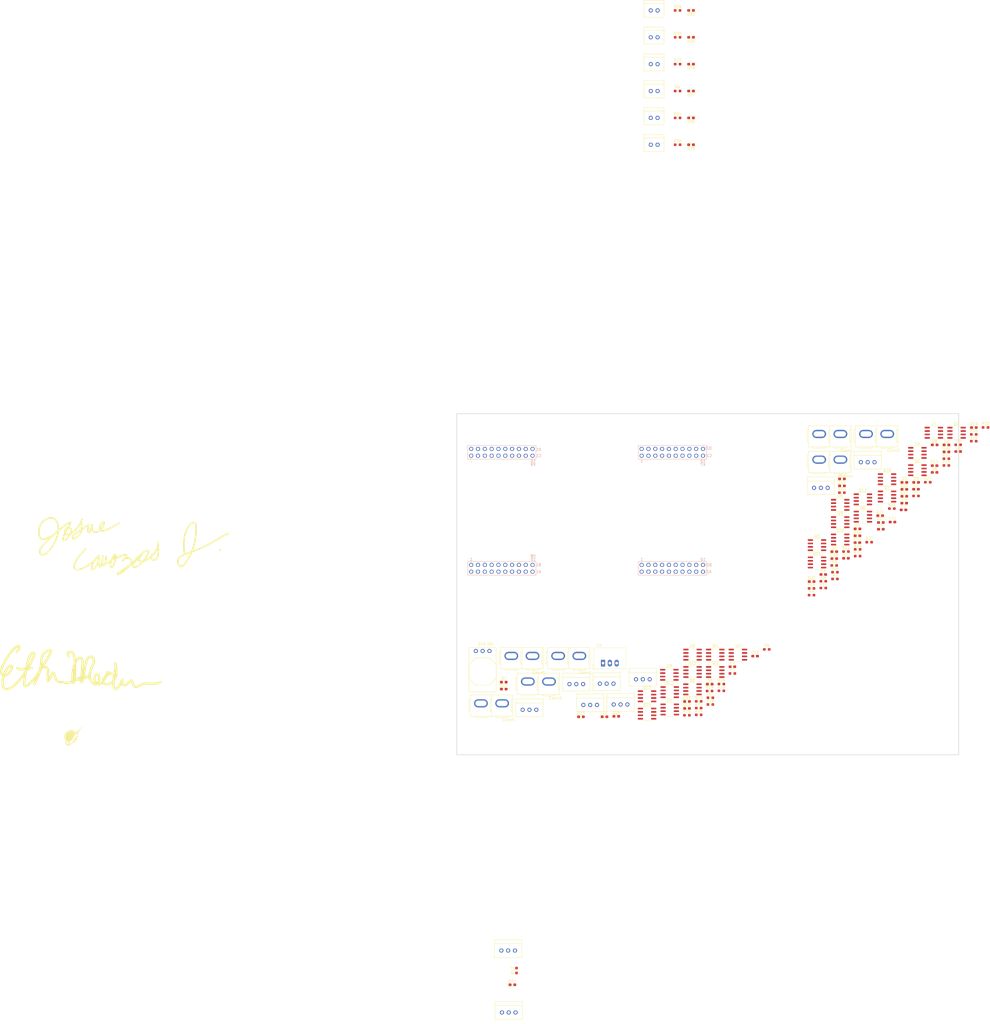
<source format=kicad_pcb>
(kicad_pcb (version 20211014) (generator pcbnew)
  (title_block (title "Science Actuation Board") (comment 4 "Ethan Medrow, Josue Cavazos"))
  (layers (0 "F.Cu" signal) (31 "B.Cu" signal) (34 "B.Paste" user) (35 "F.Paste" user) (36 "B.SilkS" user "B.Silkscreen") (37 "F.SilkS" user "F.Silkscreen") (38 "B.Mask" user) (39 "F.Mask" user) (44 "Edge.Cuts" user))
  (net 0 "")
  (net 1 "+3V3")
  (net 2 "GND")
  (net 3 "Encoder_PWM_1")
  (net 4 "Encoder_PWM_3")
  (net 5 "Encoder_PWM_4")
  (net 6 "Encoder_PWM_2")
  (net 7 "+12V")
  (net 8 "Net-(C2-Pad1)")
  (net 9 "/M+")
  (net 10 "Net-(C3-Pad1)")
  (net 11 "/M-")
  (net 12 "Net-(C7-Pad1)")
  (net 13 "Net-(C8-Pad1)")
  (net 14 "Net-(C9-Pad1)")
  (net 15 "Net-(C10-Pad1)")
  (net 16 "Net-(C13-Pad1)")
  (net 17 "Net-(C14-Pad1)")
  (net 18 "FWD_PWM_1")
  (net 19 "Net-(D1-Pad2)")
  (net 20 "FWD_PWM_4")
  (net 21 "Net-(D2-Pad2)")
  (net 22 "Net-(D3-Pad2)")
  (net 23 "RVS_PWM_1")
  (net 24 "Net-(D4-Pad2)")
  (net 25 "RVS_PWM_4")
  (net 26 "Net-(D5-Pad2)")
  (net 27 "Net-(D8-Pad2)")
  (net 28 "Net-(D9-Pad2)")
  (net 29 "Net-(D10-Pad2)")
  (net 30 "Net-(D11-Pad2)")
  (net 31 "Net-(D12-Pad2)")
  (net 32 "Net-(D13-Pad2)")
  (net 33 "FWD_PWM_3")
  (net 34 "Net-(D16-Pad2)")
  (net 35 "FWD_PWM_2")
  (net 36 "Net-(D17-Pad2)")
  (net 37 "RVS_PWM_3")
  (net 38 "Net-(D18-Pad2)")
  (net 39 "RVS_PWM_2")
  (net 40 "Net-(D19-Pad2)")
  (net 41 "Net-(D24-Pad2)")
  (net 42 "Net-(D25-Pad2)")
  (net 43 "Net-(D26-Pad2)")
  (net 44 "Net-(D27-Pad2)")
  (net 45 "Net-(D28-Pad2)")
  (net 46 "Net-(D29-Pad2)")
  (net 47 "Net-(D30-Pad2)")
  (net 48 "Net-(D31-Pad2)")
  (net 49 "Limit_Switch_2")
  (net 50 "Limit_Switch_3")
  (net 51 "Limit_Switch_1")
  (net 52 "Limit_Switch_4")
  (net 53 "Limit_Switch_5")
  (net 54 "Limit_Switch_6")
  (net 55 "Net-(Q1-Pad4)")
  (net 56 "Net-(Q2-Pad4)")
  (net 57 "Net-(Q3-Pad4)")
  (net 58 "Net-(Q4-Pad4)")
  (net 59 "Net-(Q5-Pad4)")
  (net 60 "Net-(Q6-Pad4)")
  (net 61 "Net-(Q7-Pad4)")
  (net 62 "Net-(Q8-Pad4)")
  (net 63 "Net-(Q9-Pad4)")
  (net 64 "Net-(Q10-Pad4)")
  (net 65 "Net-(Q11-Pad4)")
  (net 66 "Net-(Q12-Pad4)")
  (net 67 "Net-(Q13-Pad4)")
  (net 68 "Net-(Q14-Pad4)")
  (net 69 "Net-(Q15-Pad4)")
  (net 70 "Net-(Q16-Pad4)")
  (net 71 "Net-(R6-Pad1)")
  (net 72 "Net-(R7-Pad1)")
  (net 73 "Net-(R8-Pad1)")
  (net 74 "Net-(R9-Pad1)")
  (net 75 "+5V")
  (net 76 "Net-(R12-Pad1)")
  (net 77 "Net-(R13-Pad1)")
  (net 78 "Net-(R14-Pad1)")
  (net 79 "Net-(R15-Pad1)")
  (net 80 "Net-(R24-Pad1)")
  (net 81 "Net-(R25-Pad1)")
  (net 82 "Net-(R26-Pad1)")
  (net 83 "Net-(R27-Pad1)")
  (net 84 "Net-(R28-Pad1)")
  (net 85 "Net-(R29-Pad1)")
  (net 86 "Net-(R30-Pad1)")
  (net 87 "Net-(R31-Pad1)")
  (net 88 "Net-(R32-Pad1)")
  (net 89 "Net-(R33-Pad2)")
  (net 91 "Servo_1")
  (net 92 "Servo_2")
  (net 93 "Servo_3")
  (net 94 "Servo_4")
  (net 95 "Servo_5")
  (net 96 "Servo_6")
  (footprint "Diode_SMD:D_0603_1608Metric_Pad1.05x0.95mm_HandSolder" (layer "F.Cu") (at 78.995 137.988)
    (fp_text reference "D23" (at 0 -1.43) (layer "F.SilkS"))
    (fp_text value "D_Small")
    (pad "1" smd roundrect (at -0.875 0) (size 1.05 0.95) (layers "F.Cu" "F.Paste" "F.Mask") (net 17 "Net-(C14-Pad1)"))
    (pad "2" smd roundrect (at 0.875 0) (size 1.05 0.95) (layers "F.Cu" "F.Paste" "F.Mask") (net 7 "+12V"))
  )
  (footprint "Resistor_SMD:R_0603_1608Metric_Pad0.98x0.95mm_HandSolder" (layer "F.Cu") (at 186.37 72.988)
    (fp_text reference "R22" (at 0 -1.43) (layer "F.SilkS"))
    (fp_text value "120")
    (pad "1" smd roundrect (at -0.9125 0) (size 0.975 0.95) (layers "F.Cu" "F.Paste" "F.Mask") (net 38 "Net-(D18-Pad2)"))
    (pad "2" smd roundrect (at 0.9125 0) (size 0.975 0.95) (layers "F.Cu" "F.Paste" "F.Mask") (net 2 "GND"))
  )
  (footprint "Capacitor_SMD:C_0603_1608Metric_Pad1.08x0.95mm_HandSolder" (layer "F.Cu") (at 143.87 115.408)
    (fp_text reference "C10" (at 0 -1.43) (layer "F.SilkS"))
    (fp_text value "0.1u")
    (pad "1" smd roundrect (at -0.8625 0) (size 1.075 0.95) (layers "F.Cu" "F.Paste" "F.Mask") (net 15 "Net-(C10-Pad1)"))
    (pad "2" smd roundrect (at 0.8625 0) (size 1.075 0.95) (layers "F.Cu" "F.Paste" "F.Mask") (net 9 "/M+"))
  )
  (footprint "Resistor_SMD:R_0603_1608Metric_Pad0.98x0.95mm_HandSolder" (layer "F.Cu") (at 194.82 60.468)
    (fp_text reference "R33" (at 0 -1.43) (layer "F.SilkS"))
    (fp_text value "130")
    (pad "1" smd roundrect (at -0.9125 0) (size 0.975 0.95) (layers "F.Cu" "F.Paste" "F.Mask") (net 42 "Net-(D25-Pad2)"))
    (pad "2" smd roundrect (at 0.9125 0) (size 0.975 0.95) (layers "F.Cu" "F.Paste" "F.Mask") (net 89 "Net-(R33-Pad2)"))
  )
  (footprint "Package_SO:SOIC-8_3.9x4.9mm_P1.27mm" (layer "F.Cu") (at 184.03 57.038)
    (fp_text reference "Q10" (at 0 -3.4) (layer "F.SilkS"))
    (fp_text value "SI4156DY")
    (pad "1" smd roundrect (at -2.475 -1.905) (size 1.95 0.6) (layers "F.Cu" "F.Paste" "F.Mask") (net 2 "GND"))
    (pad "2" smd roundrect (at -2.475 -0.635) (size 1.95 0.6) (layers "F.Cu" "F.Paste" "F.Mask") (net 2 "GND"))
    (pad "3" smd roundrect (at -2.475 0.635) (size 1.95 0.6) (layers "F.Cu" "F.Paste" "F.Mask") (net 2 "GND"))
    (pad "4" smd roundrect (at -2.475 1.905) (size 1.95 0.6) (layers "F.Cu" "F.Paste" "F.Mask") (net 64 "Net-(Q10-Pad4)"))
    (pad "5" smd roundrect (at 2.475 1.905) (size 1.95 0.6) (layers "F.Cu" "F.Paste" "F.Mask") (net 9 "/M+"))
    (pad "6" smd roundrect (at 2.475 0.635) (size 1.95 0.6) (layers "F.Cu" "F.Paste" "F.Mask") (net 9 "/M+"))
    (pad "7" smd roundrect (at 2.475 -0.635) (size 1.95 0.6) (layers "F.Cu" "F.Paste" "F.Mask") (net 9 "/M+"))
    (pad "8" smd roundrect (at 2.475 -1.905) (size 1.95 0.6) (layers "F.Cu" "F.Paste" "F.Mask") (net 9 "/M+"))
  )
  (footprint "MRDT_Connectors:MOLEX_SL_03_Vertical" (layer "F.Cu") (at 165.83 52.752)
    (fp_text reference "AbsEncode2" hide)
    (fp_text value "Molex_SL_03")
    (pad "1" thru_hole circle locked (at 0 0) (size 1.524 1.524) (drill 0.9) (layers *.Cu *.Mask) (net 1 "+3V3"))
    (pad "2" thru_hole circle locked (at 2.54 0) (size 1.524 1.524) (drill 0.9) (layers *.Cu *.Mask) (net 2 "GND"))
    (pad "3" thru_hole circle locked (at 5.08 0) (size 1.524 1.524) (drill 0.9) (layers *.Cu *.Mask) (net 4 "Encoder_PWM_3"))
  )
  (footprint "Resistor_SMD:R_0603_1608Metric_Pad0.98x0.95mm_HandSolder" (layer "F.Cu") (at 203.82 55.768)
    (fp_text reference "R1" (at 0 -1.43) (layer "F.SilkS"))
    (fp_text value "120")
    (pad "1" smd roundrect (at -0.9125 0) (size 0.975 0.95) (layers "F.Cu" "F.Paste" "F.Mask") (net 19 "Net-(D1-Pad2)"))
    (pad "2" smd roundrect (at 0.9125 0) (size 0.975 0.95) (layers "F.Cu" "F.Paste" "F.Mask") (net 2 "GND"))
  )
  (footprint "LED_SMD:LED_0603_1608Metric_Pad1.05x0.95mm_HandSolder" (layer "F.Cu") (at 225.375 30.308)
    (fp_text reference "D19" (at 0 -1.43) (layer "F.SilkS"))
    (fp_text value "Pink")
    (pad "1" smd roundrect (at -0.875 0) (size 1.05 0.95) (layers "F.Cu" "F.Paste" "F.Mask") (net 39 "RVS_PWM_2"))
    (pad "2" smd roundrect (at 0.875 0) (size 1.05 0.95) (layers "F.Cu" "F.Paste" "F.Mask") (net 40 "Net-(D19-Pad2)"))
  )
  (footprint "Package_SO:SOIC-8_3.9x4.9mm_P1.27mm" (layer "F.Cu") (at 184.03 63.488)
    (fp_text reference "Q8" (at 0 -3.4) (layer "F.SilkS"))
    (fp_text value "SI4156DY")
    (pad "1" smd roundrect (at -2.475 -1.905) (size 1.95 0.6) (layers "F.Cu" "F.Paste" "F.Mask") (net 2 "GND"))
    (pad "2" smd roundrect (at -2.475 -0.635) (size 1.95 0.6) (layers "F.Cu" "F.Paste" "F.Mask") (net 2 "GND"))
    (pad "3" smd roundrect (at -2.475 0.635) (size 1.95 0.6) (layers "F.Cu" "F.Paste" "F.Mask") (net 2 "GND"))
    (pad "4" smd roundrect (at -2.475 1.905) (size 1.95 0.6) (layers "F.Cu" "F.Paste" "F.Mask") (net 62 "Net-(Q8-Pad4)"))
    (pad "5" smd roundrect (at 2.475 1.905) (size 1.95 0.6) (layers "F.Cu" "F.Paste" "F.Mask") (net 11 "/M-"))
    (pad "6" smd roundrect (at 2.475 0.635) (size 1.95 0.6) (layers "F.Cu" "F.Paste" "F.Mask") (net 11 "/M-"))
    (pad "7" smd roundrect (at 2.475 -0.635) (size 1.95 0.6) (layers "F.Cu" "F.Paste" "F.Mask") (net 11 "/M-"))
    (pad "8" smd roundrect (at 2.475 -1.905) (size 1.95 0.6) (layers "F.Cu" "F.Paste" "F.Mask") (net 11 "/M-"))
  )
  (footprint "Resistor_SMD:R_0603_1608Metric_Pad0.98x0.95mm_HandSolder" (layer "F.Cu") (at 115 -75)
    (fp_text reference "R36" (at 0 -1.43) (layer "F.SilkS"))
    (fp_text value "130")
    (pad "1" smd roundrect (at -0.9125 0) (size 0.975 0.95) (layers "F.Cu" "F.Paste" "F.Mask") (net 45 "Net-(D28-Pad2)"))
    (pad "2" smd roundrect (at 0.9125 0) (size 0.975 0.95) (layers "F.Cu" "F.Paste" "F.Mask"))
  )
  (footprint "Capacitor_SMD:C_0603_1608Metric_Pad1.08x0.95mm_HandSolder" (layer "F.Cu") (at 199.43 58.438)
    (fp_text reference "C5" (at 0 -1.43) (layer "F.SilkS"))
    (fp_text value "10u")
    (pad "1" smd roundrect (at -0.8625 0) (size 1.075 0.95) (layers "F.Cu" "F.Paste" "F.Mask") (net 9 "/M+"))
    (pad "2" smd roundrect (at 0.8625 0) (size 1.075 0.95) (layers "F.Cu" "F.Paste" "F.Mask") (net 11 "/M-"))
  )
  (footprint "MRDT_Connectors:MOLEX_SL_03_Vertical" (layer "F.Cu") (at 49.5554 248.0818)
    (fp_text reference "AbsEncode4" hide)
    (fp_text value "Molex_SL_03")
    (pad "1" thru_hole circle locked (at 0 0) (size 1.524 1.524) (drill 0.9) (layers *.Cu *.Mask) (net 1 "+3V3"))
    (pad "2" thru_hole circle locked (at 2.54 0) (size 1.524 1.524) (drill 0.9) (layers *.Cu *.Mask) (net 2 "GND"))
    (pad "3" thru_hole circle locked (at 5.08 0) (size 1.524 1.524) (drill 0.9) (layers *.Cu *.Mask) (net 6 "Encoder_PWM_2"))
  )
  (footprint "Package_SO:SOIC-8_3.9x4.9mm_P1.27mm" (layer "F.Cu") (at 103.62 136.818)
    (fp_text reference "Q14" (at 0 -3.4) (layer "F.SilkS"))
    (fp_text value "SI4156DY")
    (pad "1" smd roundrect (at -2.475 -1.905) (size 1.95 0.6) (layers "F.Cu" "F.Paste" "F.Mask") (net 2 "GND"))
    (pad "2" smd roundrect (at -2.475 -0.635) (size 1.95 0.6) (layers "F.Cu" "F.Paste" "F.Mask") (net 2 "GND"))
    (pad "3" smd roundrect (at -2.475 0.635) (size 1.95 0.6) (layers "F.Cu" "F.Paste" "F.Mask") (net 2 "GND"))
    (pad "4" smd roundrect (at -2.475 1.905) (size 1.95 0.6) (layers "F.Cu" "F.Paste" "F.Mask") (net 68 "Net-(Q14-Pad4)"))
    (pad "5" smd roundrect (at 2.475 1.905) (size 1.95 0.6) (layers "F.Cu" "F.Paste" "F.Mask") (net 11 "/M-"))
    (pad "6" smd roundrect (at 2.475 0.635) (size 1.95 0.6) (layers "F.Cu" "F.Paste" "F.Mask") (net 11 "/M-"))
    (pad "7" smd roundrect (at 2.475 -0.635) (size 1.95 0.6) (layers "F.Cu" "F.Paste" "F.Mask") (net 11 "/M-"))
    (pad "8" smd roundrect (at 2.475 -1.905) (size 1.95 0.6) (layers "F.Cu" "F.Paste" "F.Mask") (net 11 "/M-"))
  )
  (footprint "LED_SMD:LED_0603_1608Metric_Pad1.05x0.95mm_HandSolder" (layer "F.Cu") (at 92.165 137.818)
    (fp_text reference "D16" (at 0 -1.43) (layer "F.SilkS"))
    (fp_text value "Pink")
    (pad "1" smd roundrect (at -0.875 0) (size 1.05 0.95) (layers "F.Cu" "F.Paste" "F.Mask") (net 33 "FWD_PWM_3"))
    (pad "2" smd roundrect (at 0.875 0) (size 1.05 0.95) (layers "F.Cu" "F.Paste" "F.Mask") (net 34 "Net-(D16-Pad2)"))
  )
  (footprint "Package_SO:SOIC-8_3.9x4.9mm_P1.27mm" (layer "F.Cu") (at 218.93 32.238)
    (fp_text reference "Q1" (at 0 -3.4) (layer "F.SilkS"))
    (fp_text value "SI4156DY")
    (pad "1" smd roundrect (at -2.475 -1.905) (size 1.95 0.6) (layers "F.Cu" "F.Paste" "F.Mask") (net 9 "/M+"))
    (pad "2" smd roundrect (at -2.475 -0.635) (size 1.95 0.6) (layers "F.Cu" "F.Paste" "F.Mask") (net 9 "/M+"))
    (pad "3" smd roundrect (at -2.475 0.635) (size 1.95 0.6) (layers "F.Cu" "F.Paste" "F.Mask") (net 9 "/M+"))
    (pad "4" smd roundrect (at -2.475 1.905) (size 1.95 0.6) (layers "F.Cu" "F.Paste" "F.Mask") (net 55 "Net-(Q1-Pad4)"))
    (pad "5" smd roundrect (at 2.475 1.905) (size 1.95 0.6) (layers "F.Cu" "F.Paste" "F.Mask") (net 7 "+12V"))
    (pad "6" smd roundrect (at 2.475 0.635) (size 1.95 0.6) (layers "F.Cu" "F.Paste" "F.Mask") (net 7 "+12V"))
    (pad "7" smd roundrect (at 2.475 -0.635) (size 1.95 0.6) (layers "F.Cu" "F.Paste" "F.Mask") (net 7 "+12V"))
    (pad "8" smd roundrect (at 2.475 -1.905) (size 1.95 0.6) (layers "F.Cu" "F.Paste" "F.Mask") (net 7 "+12V"))
  )
  (footprint "Resistor_SMD:R_0603_1608Metric_Pad0.98x0.95mm_HandSolder" (layer "F.Cu") (at 115 -105)
    (fp_text reference "R37" (at 0 -1.43) (layer "F.SilkS"))
    (fp_text value "130")
    (pad "1" smd roundrect (at -0.9125 0) (size 0.975 0.95) (layers "F.Cu" "F.Paste" "F.Mask") (net 46 "Net-(D29-Pad2)"))
    (pad "2" smd roundrect (at 0.9125 0) (size 0.975 0.95) (layers "F.Cu" "F.Paste" "F.Mask") (net 52 "Limit_Switch_4"))
  )
  (footprint "MRDT_Connectors:Square_Anderson_2_V_Side_By_Side" (layer "F.Cu") (at 171.785 32.562)
    (fp_text reference "Conn7" (at 6.2 6.3) (layer "F.SilkS"))
    (fp_text value "AndersonPP")
    (pad "1" thru_hole oval locked (at -4.037 0.126 270) (size 3 5.1) (drill oval 2 4.1) (layers *.Cu *.Mask) (net 9 "/M+"))
    (pad "2" thru_hole oval locked (at 3.863 0.126 270) (size 3 5.1) (drill oval 2 4.1) (layers *.Cu *.Mask) (net 11 "/M-"))
  )
  (footprint "Package_SO:SOIC-8_3.9x4.9mm_P1.27mm" (layer "F.Cu") (at 137.47 114.868)
    (fp_text reference "U2" (at 0 -3.4) (layer "F.SilkS"))
    (fp_text value "IRS2005S")
    (pad "1" smd roundrect (at -2.475 -1.905) (size 1.95 0.6) (layers "F.Cu" "F.Paste" "F.Mask") (net 7 "+12V"))
    (pad "2" smd roundrect (at -2.475 -0.635) (size 1.95 0.6) (layers "F.Cu" "F.Paste" "F.Mask") (net 20 "FWD_PWM_4"))
    (pad "3" smd roundrect (at -2.475 0.635) (size 1.95 0.6) (layers "F.Cu" "F.Paste" "F.Mask") (net 25 "RVS_PWM_4"))
    (pad "4" smd roundrect (at -2.475 1.905) (size 1.95 0.6) (layers "F.Cu" "F.Paste" "F.Mask") (net 2 "GND"))
    (pad "5" smd roundrect (at 2.475 1.905) (size 1.95 0.6) (layers "F.Cu" "F.Paste" "F.Mask") (net 74 "Net-(R9-Pad1)"))
    (pad "6" smd roundrect (at 2.475 0.635) (size 1.95 0.6) (layers "F.Cu" "F.Paste" "F.Mask") (net 9 "/M+"))
    (pad "7" smd roundrect (at 2.475 -0.635) (size 1.95 0.6) (layers "F.Cu" "F.Paste" "F.Mask") (net 73 "Net-(R8-Pad1)"))
    (pad "8" smd roundrect (at 2.475 -1.905) (size 1.95 0.6) (layers "F.Cu" "F.Paste" "F.Mask") (net 10 "Net-(C3-Pad1)"))
  )
  (footprint "Package_SO:SOIC-8_3.9x4.9mm_P1.27mm" (layer "F.Cu") (at 129.02 114.868)
    (fp_text reference "Q4" (at 0 -3.4) (layer "F.SilkS"))
    (fp_text value "SI4156DY")
    (pad "1" smd roundrect (at -2.475 -1.905) (size 1.95 0.6) (layers "F.Cu" "F.Paste" "F.Mask") (net 2 "GND"))
    (pad "2" smd roundrect (at -2.475 -0.635) (size 1.95 0.6) (layers "F.Cu" "F.Paste" "F.Mask") (net 2 "GND"))
    (pad "3" smd roundrect (at -2.475 0.635) (size 1.95 0.6) (layers "F.Cu" "F.Paste" "F.Mask") (net 2 "GND"))
    (pad "4" smd roundrect (at -2.475 1.905) (size 1.95 0.6) (layers "F.Cu" "F.Paste" "F.Mask") (net 58 "Net-(Q4-Pad4)"))
    (pad "5" smd roundrect (at 2.475 1.905) (size 1.95 0.6) (layers "F.Cu" "F.Paste" "F.Mask") (net 9 "/M+"))
    (pad "6" smd roundrect (at 2.475 0.635) (size 1.95 0.6) (layers "F.Cu" "F.Paste" "F.Mask") (net 9 "/M+"))
    (pad "7" smd roundrect (at 2.475 -0.635) (size 1.95 0.6) (layers "F.Cu" "F.Paste" "F.Mask") (net 9 "/M+"))
    (pad "8" smd roundrect (at 2.475 -1.905) (size 1.95 0.6) (layers "F.Cu" "F.Paste" "F.Mask") (net 9 "/M+"))
  )
  (footprint "MRDT_Connectors:MOLEX_SL_02_Vertical" (layer "F.Cu") (at 105 -95)
    (fp_text reference "LimSwitch2" hide)
    (fp_text value "Molex_SL_02")
    (pad "1" thru_hole circle locked (at 0 0) (size 1.524 1.524) (drill 0.9) (layers *.Cu *.Mask) (net 1 "+3V3"))
    (pad "2" thru_hole circle locked (at 2.54 0) (size 1.524 1.524) (drill 0.9) (layers *.Cu *.Mask) (net 50 "Limit_Switch_3"))
  )
  (footprint "MRDT_Connectors:Square_Anderson_2_V_Side_By_Side" (layer "F.Cu") (at 171.785 42.112)
    (fp_text reference "Conn4" (at 6.2 6.3) (layer "F.SilkS"))
    (fp_text value "AndersonPP")
    (pad "1" thru_hole oval locked (at -4.037 0.126 270) (size 3 5.1) (drill oval 2 4.1) (layers *.Cu *.Mask) (net 9 "/M+"))
    (pad "2" thru_hole oval locked (at 3.863 0.126 270) (size 3 5.1) (drill oval 2 4.1) (layers *.Cu *.Mask) (net 11 "/M-"))
  )
  (footprint "LED_SMD:LED_0603_1608Metric_Pad1.05x0.95mm_HandSolder" (layer "F.Cu") (at 199.475 55.888)
    (fp_text reference "D17" (at 0 -1.43) (layer "F.SilkS"))
    (fp_text value "Pink")
    (pad "1" smd roundrect (at -0.875 0) (size 1.05 0.95) (layers "F.Cu" "F.Paste" "F.Mask") (net 35 "FWD_PWM_2"))
    (pad "2" smd roundrect (at 0.875 0) (size 1.05 0.95) (layers "F.Cu" "F.Paste" "F.Mask") (net 36 "Net-(D17-Pad2)"))
  )
  (footprint "Package_SO:SOIC-8_3.9x4.9mm_P1.27mm" (layer "F.Cu") (at 111.93 122.368)
    (fp_text reference "U9" (at 0 -3.4) (layer "F.SilkS"))
    (fp_text value "IRS2005S")
    (pad "1" smd roundrect (at -2.475 -1.905) (size 1.95 0.6) (layers "F.Cu" "F.Paste" "F.Mask") (net 7 "+12V"))
    (pad "2" smd roundrect (at -2.475 -0.635) (size 1.95 0.6) (layers "F.Cu" "F.Paste" "F.Mask") (net 37 "RVS_PWM_3"))
    (pad "3" smd roundrect (at -2.475 0.635) (size 1.95 0.6) (layers "F.Cu" "F.Paste" "F.Mask") (net 33 "FWD_PWM_3"))
    (pad "4" smd roundrect (at -2.475 1.905) (size 1.95 0.6) (layers "F.Cu" "F.Paste" "F.Mask") (net 2 "GND"))
    (pad "5" smd roundrect (at 2.475 1.905) (size 1.95 0.6) (layers "F.Cu" "F.Paste" "F.Mask") (net 85 "Net-(R29-Pad1)"))
    (pad "6" smd roundrect (at 2.475 0.635) (size 1.95 0.6) (layers "F.Cu" "F.Paste" "F.Mask") (net 11 "/M-"))
    (pad "7" smd roundrect (at 2.475 -0.635) (size 1.95 0.6) (layers "F.Cu" "F.Paste" "F.Mask") (net 84 "Net-(R28-Pad1)"))
    (pad "8" smd roundrect (at 2.475 -1.905) (size 1.95 0.6) (layers "F.Cu" "F.Paste" "F.Mask") (net 16 "Net-(C13-Pad1)"))
  )
  (footprint "Resistor_SMD:R_0603_1608Metric_Pad0.98x0.95mm_HandSolder" (layer "F.Cu") (at 131.31 128.308)
    (fp_text reference "R10" (at 0 -1.43) (layer "F.SilkS"))
    (fp_text value "300")
    (pad "1" smd roundrect (at -0.9125 0) (size 0.975 0.95) (layers "F.Cu" "F.Paste" "F.Mask") (net 28 "Net-(D9-Pad2)"))
    (pad "2" smd roundrect (at 0.9125 0) (size 0.975 0.95) (layers "F.Cu" "F.Paste" "F.Mask") (net 75 "+5V"))
  )
  (footprint "MRDT_Connectors:MOLEX_SL_02_Vertical" (layer "F.Cu") (at 105 -85)
    (fp_text reference "LimSwitch1" hide)
    (fp_text value "Molex_SL_02")
    (pad "1" thru_hole circle locked (at 0 0) (size 1.524 1.524) (drill 0.9) (layers *.Cu *.Mask) (net 1 "+3V3"))
    (pad "2" thru_hole circle locked (at 2.54 0) (size 1.524 1.524) (drill 0.9) (layers *.Cu *.Mask) (net 49 "Limit_Switch_2"))
  )
  (footprint "Resistor_SMD:R_0603_1608Metric_Pad0.98x0.95mm_HandSolder" (layer "F.Cu") (at 173.63 86.668)
    (fp_text reference "R2" (at 0 -1.43) (layer "F.SilkS"))
    (fp_text value "120")
    (pad "1" smd roundrect (at -0.9125 0) (size 0.975 0.95) (layers "F.Cu" "F.Paste" "F.Mask") (net 21 "Net-(D2-Pad2)"))
    (pad "2" smd roundrect (at 0.9125 0) (size 0.975 0.95) (layers "F.Cu" "F.Paste" "F.Mask") (net 2 "GND"))
  )
  (footprint "Resistor_SMD:R_0603_1608Metric_Pad0.98x0.95mm_HandSolder" (layer "F.Cu") (at 118.47 137.428)
    (fp_text reference "R18" (at 0 -1.43) (layer "F.SilkS"))
    (fp_text value "130")
    (pad "1" smd roundrect (at -0.9125 0) (size 0.975 0.95) (layers "F.Cu" "F.Paste" "F.Mask") (net 31 "Net-(D12-Pad2)"))
    (pad "2" smd roundrect (at 0.9125 0) (size 0.975 0.95) (layers "F.Cu" "F.Paste" "F.Mask") (net 4 "Encoder_PWM_3"))
  )
  (footprint "LED_SMD:LED_0603_1608Metric_Pad1.05x0.95mm_HandSolder" (layer "F.Cu") (at 120 -85 180)
    (fp_text reference "D26" (at 0 -1.43) (layer "F.SilkS"))
    (fp_text value "YELLOW")
    (pad "1" smd roundrect (at -0.875 0 180) (size 1.05 0.95) (layers "F.Cu" "F.Paste" "F.Mask") (net 2 "GND"))
    (pad "2" smd roundrect (at 0.875 0 180) (size 1.05 0.95) (layers "F.Cu" "F.Paste" "F.Mask") (net 43 "Net-(D26-Pad2)"))
  )
  (footprint "Package_SO:SOIC-8_3.9x4.9mm_P1.27mm" (layer "F.Cu") (at 204.34 46.188)
    (fp_text reference "Q2" (at 0 -3.4) (layer "F.SilkS"))
    (fp_text value "SI4156DY")
    (pad "1" smd roundrect (at -2.475 -1.905) (size 1.95 0.6) (layers "F.Cu" "F.Paste" "F.Mask") (net 2 "GND"))
    (pad "2" smd roundrect (at -2.475 -0.635) (size 1.95 0.6) (layers "F.Cu" "F.Paste" "F.Mask") (net 2 "GND"))
    (pad "3" smd roundrect (at -2.475 0.635) (size 1.95 0.6) (layers "F.Cu" "F.Paste" "F.Mask") (net 2 "GND"))
    (pad "4" smd roundrect (at -2.475 1.905) (size 1.95 0.6) (layers "F.Cu" "F.Paste" "F.Mask") (net 56 "Net-(Q2-Pad4)"))
    (pad "5" smd roundrect (at 2.475 1.905) (size 1.95 0.6) (layers "F.Cu" "F.Paste" "F.Mask") (net 9 "/M+"))
    (pad "6" smd roundrect (at 2.475 0.635) (size 1.95 0.6) (layers "F.Cu" "F.Paste" "F.Mask") (net 9 "/M+"))
    (pad "7" smd roundrect (at 2.475 -0.635) (size 1.95 0.6) (layers "F.Cu" "F.Paste" "F.Mask") (net 9 "/M+"))
    (pad "8" smd roundrect (at 2.475 -1.905) (size 1.95 0.6) (layers "F.Cu" "F.Paste" "F.Mask") (net 9 "/M+"))
  )
  (footprint "Resistor_SMD:R_0603_1608Metric_Pad0.98x0.95mm_HandSolder" (layer "F.Cu") (at 126.92 128.388)
    (fp_text reference "R19" (at 0 -1.43) (layer "F.SilkS"))
    (fp_text value "130")
    (pad "1" smd roundrect (at -0.9125 0) (size 0.975 0.95) (layers "F.Cu" "F.Paste" "F.Mask") (net 32 "Net-(D13-Pad2)"))
    (pad "2" smd roundrect (at 0.9125 0) (size 0.975 0.95) (layers "F.Cu" "F.Paste" "F.Mask") (net 5 "Encoder_PWM_4"))
  )
  (footprint "MRDT_Connectors:MOLEX_SL_03_Vertical" (layer "F.Cu") (at 79.89 133.582)
    (fp_text reference "Servo4" hide)
    (fp_text value "Molex_SL_03")
    (pad "1" thru_hole circle locked (at 0 0) (size 1.524 1.524) (drill 0.9) (layers *.Cu *.Mask) (net 75 "+5V"))
    (pad "2" thru_hole circle locked (at 2.54 0) (size 1.524 1.524) (drill 0.9) (layers *.Cu *.Mask) (net 2 "GND"))
    (pad "3" thru_hole circle locked (at 5.08 0) (size 1.524 1.524) (drill 0.9) (layers *.Cu *.Mask) (net 94 "Servo_4"))
  )
  (footprint "MRDT_Connectors:Square_Anderson_2_V_Side_By_Side" (layer "F.Cu") (at 45.775 132.852)
    (fp_text reference "Conn5" (at 6.2 6.3) (layer "F.SilkS"))
    (fp_text value "AndersonPP")
    (pad "1" thru_hole oval locked (at -4.037 0.126 270) (size 3 5.1) (drill oval 2 4.1) (layers *.Cu *.Mask) (net 9 "/M+"))
    (pad "2" thru_hole oval locked (at 3.863 0.126 270) (size 3 5.1) (drill oval 2 4.1) (layers *.Cu *.Mask) (net 11 "/M-"))
  )
  (footprint "Resistor_SMD:R_0603_1608Metric_Pad0.98x0.95mm_HandSolder" (layer "F.Cu") (at 122.86 134.758)
    (fp_text reference "R21" (at 0 -1.43) (layer "F.SilkS"))
    (fp_text value "120")
    (pad "1" smd roundrect (at -0.9125 0) (size 0.975 0.95) (layers "F.Cu" "F.Paste" "F.Mask") (net 36 "Net-(D17-Pad2)"))
    (pad "2" smd roundrect (at 0.9125 0) (size 0.975 0.95) (layers "F.Cu" "F.Paste" "F.Mask") (net 2 "GND"))
  )
  (footprint "Capacitor_SMD:C_0603_1608Metric_Pad1.08x0.95mm_HandSolder" (layer "F.Cu") (at 181.98 73.148)
    (fp_text reference "C13" (at 0 -1.43) (layer "F.SilkS"))
    (fp_text value "0.1u")
    (pad "1" smd roundrect (at -0.8625 0) (size 1.075 0.95) (layers "F.Cu" "F.Paste" "F.Mask") (net 16 "Net-(C13-Pad1)"))
    (pad "2" smd roundrect (at 0.8625 0) (size 1.075 0.95) (layers "F.Cu" "F.Paste" "F.Mask") (net 11 "/M-"))
  )
  (footprint "Resistor_SMD:R_0603_1608Metric_Pad0.98x0.95mm_HandSolder" (layer "F.Cu") (at 219.52 36.718)
    (fp_text reference "R9" (at 0 -1.43) (layer "F.SilkS"))
    (fp_text value "100")
    (pad "1" smd roundrect (at -0.9125 0) (size 0.975 0.95) (layers "F.Cu" "F.Paste" "F.Mask") (net 74 "Net-(R9-Pad1)"))
    (pad "2" smd roundrect (at 0.9125 0) (size 0.975 0.95) (layers "F.Cu" "F.Paste" "F.Mask") (net 58 "Net-(Q4-Pad4)"))
  )
  (footprint "Resistor_SMD:R_0603_1608Metric_Pad0.98x0.95mm_HandSolder" (layer "F.Cu") (at 54.991 232.4608 90)
    (fp_text reference "R17" (at 0 -1.43 90) (layer "F.SilkS"))
    (fp_text value "130")
    (pad "1" smd roundrect (at -0.9125 0 90) (size 0.975 0.95) (layers "F.Cu" "F.Paste" "F.Mask") (net 30 "Net-(D11-Pad2)"))
    (pad "2" smd roundrect (at 0.9125 0 90) (size 0.975 0.95) (layers "F.Cu" "F.Paste" "F.Mask") (net 3 "Encoder_PWM_1"))
  )
  (footprint "Package_SO:SOIC-8_3.9x4.9mm_P1.27mm" (layer "F.Cu") (at 193.03 49.538)
    (fp_text reference "Q16" (at 0 -3.4) (layer "F.SilkS"))
    (fp_text value "SI4156DY")
    (pad "1" smd roundrect (at -2.475 -1.905) (size 1.95 0.6) (layers "F.Cu" "F.Paste" "F.Mask") (net 2 "GND"))
    (pad "2" smd roundrect (at -2.475 -0.635) (size 1.95 0.6) (layers "F.Cu" "F.Paste" "F.Mask") (net 2 "GND"))
    (pad "3" smd roundrect (at -2.475 0.635) (size 1.95 0.6) (layers "F.Cu" "F.Paste" "F.Mask") (net 2 "GND"))
    (pad "4" smd roundrect (at -2.475 1.905) (size 1.95 0.6) (layers "F.Cu" "F.Paste" "F.Mask") (net 70 "Net-(Q16-Pad4)"))
    (pad "5" smd roundrect (at 2.475 1.905) (size 1.95 0.6) (layers "F.Cu" "F.Paste" "F.Mask") (net 11 "/M-"))
    (pad "6" smd roundrect (at 2.475 0.635) (size 1.95 0.6) (layers "F.Cu" "F.Paste" "F.Mask") (net 11 "/M-"))
    (pad "7" smd roundrect (at 2.475 -0.635) (size 1.95 0.6) (layers "F.Cu" "F.Paste" "F.Mask") (net 11 "/M-"))
    (pad "8" smd roundrect (at 2.475 -1.905) (size 1.95 0.6) (layers "F.Cu" "F.Paste" "F.Mask") (net 11 "/M-"))
  )
  (footprint "MRDT_Connectors:MOLEX_SL_02_Vertical" (layer "F.Cu") (at 105 -75)
    (fp_text reference "LimSwitch3" hide)
    (fp_text value "Molex_SL_02")
    (pad "1" thru_hole circle locked (at 0 0) (size 1.524 1.524) (drill 0.9) (layers *.Cu *.Mask) (net 1 "+3V3"))
    (pad "2" thru_hole circle locked (at 2.54 0) (size 1.524 1.524) (drill 0.9) (layers *.Cu *.Mask) (net 51 "Limit_Switch_1"))
  )
  (footprint "LED_SMD:LED_0603_1608Metric_Pad1.05x0.95mm_HandSolder" (layer "F.Cu") (at 203.865 50.708)
    (fp_text reference "D9" (at 0 -1.43) (layer "F.SilkS"))
    (fp_text value "GREEN")
    (pad "1" smd roundrect (at -0.875 0) (size 1.05 0.95) (layers "F.Cu" "F.Paste" "F.Mask") (net 2 "GND"))
    (pad "2" smd roundrect (at 0.875 0) (size 1.05 0.95) (layers "F.Cu" "F.Paste" "F.Mask") (net 28 "Net-(D9-Pad2)"))
  )
  (footprint "Resistor_SMD:R_0603_1608Metric_Pad0.98x0.95mm_HandSolder" (layer "F.Cu") (at 122.86 137.268)
    (fp_text reference "R25" (at 0 -1.43) (layer "F.SilkS"))
    (fp_text value "100")
    (pad "1" smd roundrect (at -0.9125 0) (size 0.975 0.95) (layers "F.Cu" "F.Paste" "F.Mask") (net 81 "Net-(R25-Pad1)"))
    (pad "2" smd roundrect (at 0.9125 0) (size 0.975 0.95) (layers "F.Cu" "F.Paste" "F.Mask") (net 64 "Net-(Q10-Pad4)"))
  )
  (footprint "Resistor_SMD:R_0603_1608Metric_Pad0.98x0.95mm_HandSolder" (layer "F.Cu") (at 182.08 75.658)
    (fp_text reference "R30" (at 0 -1.43) (layer "F.SilkS"))
    (fp_text value "100")
    (pad "1" smd roundrect (at -0.9125 0) (size 0.975 0.95) (layers "F.Cu" "F.Paste" "F.Mask") (net 86 "Net-(R30-Pad1)"))
    (pad "2" smd roundrect (at 0.9125 0) (size 0.975 0.95) (layers "F.Cu" "F.Paste" "F.Mask") (net 69 "Net-(Q15-Pad4)"))
  )
  (footprint "MRDT_Connectors:MOLEX_SL_03_Vertical" (layer "F.Cu") (at 86.03 125.662)
    (fp_text reference "AbsEncode3" hide)
    (fp_text value "Molex_SL_03")
    (pad "1" thru_hole circle locked (at 0 0) (size 1.524 1.524) (drill 0.9) (layers *.Cu *.Mask) (net 1 "+3V3"))
    (pad "2" thru_hole circle locked (at 2.54 0) (size 1.524 1.524) (drill 0.9) (layers *.Cu *.Mask) (net 2 "GND"))
    (pad "3" thru_hole circle locked (at 5.08 0) (size 1.524 1.524) (drill 0.9) (layers *.Cu *.Mask) (net 5 "Encoder_PWM_4"))
  )
  (footprint "LED_SMD:LED_0603_1608Metric_Pad1.05x0.95mm_HandSolder" (layer "F.Cu") (at 182.025 68.008)
    (fp_text reference "D4" (at 0 -1.43) (layer "F.SilkS"))
    (fp_text value "Pink")
    (pad "1" smd roundrect (at -0.875 0) (size 1.05 0.95) (layers "F.Cu" "F.Paste" "F.Mask") (net 23 "RVS_PWM_1"))
    (pad "2" smd roundrect (at 0.875 0) (size 1.05 0.95) (layers "F.Cu" "F.Paste" "F.Mask") (net 24 "Net-(D4-Pad2)"))
  )
  (footprint "Package_SO:SOIC-8_3.9x4.9mm_P1.27mm" (layer "F.Cu") (at 175.58 59.088)
    (fp_text reference "U8" (at 0 -3.4) (layer "F.SilkS"))
    (fp_text value "IRS2005S")
    (pad "1" smd roundrect (at -2.475 -1.905) (size 1.95 0.6) (layers "F.Cu" "F.Paste" "F.Mask") (net 7 "+12V"))
    (pad "2" smd roundrect (at -2.475 -0.635) (size 1.95 0.6) (layers "F.Cu" "F.Paste" "F.Mask") (net 35 "FWD_PWM_2"))
    (pad "3" smd roundrect (at -2.475 0.635) (size 1.95 0.6) (layers "F.Cu" "F.Paste" "F.Mask") (net 39 "RVS_PWM_2"))
    (pad "4" smd roundrect (at -2.475 1.905) (size 1.95 0.6) (layers "F.Cu" "F.Paste" "F.Mask") (net 2 "GND"))
    (pad "5" smd roundrect (at 2.475 1.905) (size 1.95 0.6) (layers "F.Cu" "F.Paste" "F.Mask") (net 83 "Net-(R27-Pad1)"))
    (pad "6" smd roundrect (at 2.475 0.635) (size 1.95 0.6) (layers "F.Cu" "F.Paste" "F.Mask") (net 9 "/M+"))
    (pad "7" smd roundrect (at 2.475 -0.635) (size 1.95 0.6) (layers "F.Cu" "F.Paste" "F.Mask") (net 82 "Net-(R26-Pad1)"))
    (pad "8" smd roundrect (at 2.475 -1.905) (size 1.95 0.6) (layers "F.Cu" "F.Paste" "F.Mask") (net 15 "Net-(C10-Pad1)"))
  )
  (footprint "Package_SO:SOIC-8_3.9x4.9mm_P1.27mm" (layer "F.Cu") (at 175.58 65.538)
    (fp_text reference "Q9" (at 0 -3.4) (layer "F.SilkS"))
    (fp_text value "SI4156DY")
    (pad "1" smd roundrect (at -2.475 -1.905) (size 1.95 0.6) (layers "F.Cu" "F.Paste" "F.Mask") (net 9 "/M+"))
    (pad "2" smd roundrect (at -2.475 -0.635) (size 1.95 0.6) (layers "F.Cu" "F.Paste" "F.Mask") (net 9 "/M+"))
    (pad "3" smd roundrect (at -2.475 0.635) (size 1.95 0.6) (layers "F.Cu" "F.Paste" "F.Mask") (net 9 "/M+"))
    (pad "4" smd roundrect (at -2.475 1.905) (size 1.95 0.6) (layers "F.Cu" "F.Paste" "F.Mask") (net 63 "Net-(Q9-Pad4)"))
    (pad "5" smd roundrect (at 2.475 1.905) (size 1.95 0.6) (layers "F.Cu" "F.Paste" "F.Mask") (net 7 "+12V"))
    (pad "6" smd roundrect (at 2.475 0.635) (size 1.95 0.6) (layers "F.Cu" "F.Paste" "F.Mask") (net 7 "+12V"))
    (pad "7" smd roundrect (at 2.475 -0.635) (size 1.95 0.6) (layers "F.Cu" "F.Paste" "F.Mask") (net 7 "+12V"))
    (pad "8" smd roundrect (at 2.475 -1.905) (size 1.95 0.6) (layers "F.Cu" "F.Paste" "F.Mask") (net 7 "+12V"))
  )
  (footprint "MRDT_Connectors:MOLEX_SL_03_Vertical" (layer "F.Cu") (at 183.28 43.202)
    (fp_text reference "Servo3" hide)
    (fp_text value "Molex_SL_03")
    (pad "1" thru_hole circle locked (at 0 0) (size 1.524 1.524) (drill 0.9) (layers *.Cu *.Mask) (net 75 "+5V"))
    (pad "2" thru_hole circle locked (at 2.54 0) (size 1.524 1.524) (drill 0.9) (layers *.Cu *.Mask) (net 2 "GND"))
    (pad "3" thru_hole circle locked (at 5.08 0) (size 1.524 1.524) (drill 0.9) (layers *.Cu *.Mask) (net 93 "Servo_3"))
  )
  (footprint "LED_SMD:LED_0603_1608Metric_Pad1.05x0.95mm_HandSolder" (layer "F.Cu") (at 120 -125 180)
    (fp_text reference "D31" (at 0 -1.43) (layer "F.SilkS"))
    (fp_text value "YELLOW")
    (pad "1" smd roundrect (at -0.875 0 180) (size 1.05 0.95) (layers "F.Cu" "F.Paste" "F.Mask") (net 2 "GND"))
    (pad "2" smd roundrect (at 0.875 0 180) (size 1.05 0.95) (layers "F.Cu" "F.Paste" "F.Mask") (net 48 "Net-(D31-Pad2)"))
  )
  (footprint "Resistor_SMD:R_0603_1608Metric_Pad0.98x0.95mm_HandSolder" (layer "F.Cu") (at 177.73 76.468)
    (fp_text reference "R11" (at 0 -1.43) (layer "F.SilkS"))
    (fp_text value "130")
    (pad "1" smd roundrect (at -0.9125 0) (size 0.975 0.95) (layers "F.Cu" "F.Paste" "F.Mask") (net 27 "Net-(D8-Pad2)"))
    (pad "2" smd roundrect (at 0.9125 0) (size 0.975 0.95) (layers "F.Cu" "F.Paste" "F.Mask") (net 1 "+3V3"))
  )
  (footprint "Package_SO:SOIC-8_3.9x4.9mm_P1.27mm" (layer "F.Cu") (at 103.62 130.368)
    (fp_text reference "Q13" (at 0 -3.4) (layer "F.SilkS"))
    (fp_text value "SI4156DY")
    (pad "1" smd roundrect (at -2.475 -1.905) (size 1.95 0.6) (layers "F.Cu" "F.Paste" "F.Mask") (net 11 "/M-"))
    (pad "2" smd roundrect (at -2.475 -0.635) (size 1.95 0.6) (layers "F.Cu" "F.Paste" "F.Mask") (net 11 "/M-"))
    (pad "3" smd roundrect (at -2.475 0.635) (size 1.95 0.6) (layers "F.Cu" "F.Paste" "F.Mask") (net 11 "/M-"))
    (pad "4" smd roundrect (at -2.475 1.905) (size 1.95 0.6) (layers "F.Cu" "F.Paste" "F.Mask") (net 67 "Net-(Q13-Pad4)"))
    (pad "5" smd roundrect (at 2.475 1.905) (size 1.95 0.6) (layers "F.Cu" "F.Paste" "F.Mask") (net 7 "+12V"))
    (pad "6" smd roundrect (at 2.475 0.635) (size 1.95 0.6) (layers "F.Cu" "F.Paste" "F.Mask") (net 7 "+12V"))
    (pad "7" smd roundrect (at 2.475 -0.635) (size 1.95 0.6) (layers "F.Cu" "F.Paste" "F.Mask") (net 7 "+12V"))
    (pad "8" smd roundrect (at 2.475 -1.905) (size 1.95 0.6) (layers "F.Cu" "F.Paste" "F.Mask") (net 7 "+12V"))
  )
  (footprint "LED_SMD:LED_0603_1608Metric_Pad1.05x0.95mm_HandSolder" (layer "F.Cu") (at 118.515 132.288)
    (fp_text reference "D10" (at 0 -1.43) (layer "F.SilkS"))
    (fp_text value "YELLOW")
    (pad "1" smd roundrect (at -0.875 0) (size 1.05 0.95) (layers "F.Cu" "F.Paste" "F.Mask") (net 2 "GND"))
    (pad "2" smd roundrect (at 0.875 0) (size 1.05 0.95) (layers "F.Cu" "F.Paste" "F.Mask") (net 29 "Net-(D10-Pad2)"))
  )
  (footprint "Diode_SMD:D_0603_1608Metric_Pad1.05x0.95mm_HandSolder" (layer "F.Cu") (at 118.515 134.878)
    (fp_text reference "D15" (at 0 -1.43) (layer "F.SilkS"))
    (fp_text value "D_Small")
    (pad "1" smd roundrect (at -0.875 0) (size 1.05 0.95) (layers "F.Cu" "F.Paste" "F.Mask") (net 13 "Net-(C8-Pad1)"))
    (pad "2" smd roundrect (at 0.875 0) (size 1.05 0.95) (layers "F.Cu" "F.Paste" "F.Mask") (net 7 "+12V"))
  )
  (footprint "MRDT_Connectors:Square_Anderson_2_V_Side_By_Side" (layer "F.Cu") (at 63.225 124.742)
    (fp_text reference "Conn3" (at 6.2 6.3) (layer "F.SilkS"))
    (fp_text value "Output2")
    (pad "1" thru_hole oval locked (at -4.037 0.126 270) (size 3 5.1) (drill oval 2 4.1) (layers *.Cu *.Mask) (net 2 "GND"))
    (pad "2" thru_hole oval locked (at 3.863 0.126 270) (size 3 5.1) (drill oval 2 4.1) (layers *.Cu *.Mask) (net 7 "+12V"))
  )
  (footprint "Resistor_SMD:R_0603_1608Metric_Pad0.98x0.95mm_HandSolder" (layer "F.Cu") (at 182.08 78.168)
    (fp_text reference "R31" (at 0 -1.43) (layer "F.SilkS"))
    (fp_text value "100")
    (pad "1" smd roundrect (at -0.9125 0) (size 0.975 0.95) (layers "F.Cu" "F.Paste" "F.Mask") (net 87 "Net-(R31-Pad1)"))
    (pad "2" smd roundrect (at 0.9125 0) (size 0.975 0.95) (layers "F.Cu" "F.Paste" "F.Mask") (net 70 "Net-(Q16-Pad4)"))
  )
  (footprint "Resistor_SMD:R_0603_1608Metric_Pad0.98x0.95mm_HandSolder" (layer "F.Cu") (at 215.13 41.898)
    (fp_text reference "R13" (at 0 -1.43) (layer "F.SilkS"))
    (fp_text value "100")
    (pad "1" smd roundrect (at -0.9125 0) (size 0.975 0.95) (layers "F.Cu" "F.Paste" "F.Mask") (net 77 "Net-(R13-Pad1)"))
    (pad "2" smd roundrect (at 0.9125 0) (size 0.975 0.95) (layers "F.Cu" "F.Paste" "F.Mask") (net 60 "Net-(Q6-Pad4)"))
  )
  (footprint "Package_SO:SOIC-8_3.9x4.9mm_P1.27mm" (layer "F.Cu") (at 193.03 55.988)
    (fp_text reference "Q7" (at 0 -3.4) (layer "F.SilkS"))
    (fp_text value "SI4156DY")
    (pad "1" smd roundrect (at -2.475 -1.905) (size 1.95 0.6) (layers "F.Cu" "F.Paste" "F.Mask") (net 11 "/M-"))
    (pad "2" smd roundrect (at -2.475 -0.635) (size 1.95 0.6) (layers "F.Cu" "F.Paste" "F.Mask") (net 11 "/M-"))
    (pad "3" smd roundrect (at -2.475 0.635) (size 1.95 0.6) (layers "F.Cu" "F.Paste" "F.Mask") (net 11 "/M-"))
    (pad "4" smd roundrect (at -2.475 1.905) (size 1.95 0.6) (layers "F.Cu" "F.Paste" "F.Mask") (net 61 "Net-(Q7-Pad4)"))
    (pad "5" smd roundrect (at 2.475 1.905) (size 1.95 0.6) (layers "F.Cu" "F.Paste" "F.Mask") (net 7 "+12V"))
    (pad "6" smd roundrect (at 2.475 0.635) (size 1.95 0.6) (layers "F.Cu" "F.Paste" "F.Mask") (net 7 "+12V"))
    (pad "7" smd roundrect (at 2.475 -0.635) (size 1.95 0.6) (layers "F.Cu" "F.Paste" "F.Mask") (net 7 "+12V"))
    (pad "8" smd roundrect (at 2.475 -1.905) (size 1.95 0.6) (layers "F.Cu" "F.Paste" "F.Mask") (net 7 "+12V"))
  )
  (footprint "Resistor_SMD:R_0603_1608Metric_Pad0.98x0.95mm_HandSolder" (layer "F.Cu") (at 225.33 35.368)
    (fp_text reference "R24" (at 0 -1.43) (layer "F.SilkS"))
    (fp_text value "100")
    (pad "1" smd roundrect (at -0.9125 0) (size 0.975 0.95) (layers "F.Cu" "F.Paste" "F.Mask") (net 80 "Net-(R24-Pad1)"))
    (pad "2" smd roundrect (at 0.9125 0) (size 0.975 0.95) (layers "F.Cu" "F.Paste" "F.Mask") (net 63 "Net-(Q9-Pad4)"))
  )
  (footprint "Resistor_SMD:R_0603_1608Metric_Pad0.98x0.95mm_HandSolder" (layer "F.Cu") (at 131.31 125.798)
    (fp_text reference "R26" (at 0 -1.43) (layer "F.SilkS"))
    (fp_text value "100")
    (pad "1" smd roundrect (at -0.9125 0) (size 0.975 0.95) (layers "F.Cu" "F.Paste" "F.Mask") (net 82 "Net-(R26-Pad1)"))
    (pad "2" smd roundrect (at 0.9125 0) (size 0.975 0.95) (layers "F.Cu" "F.Paste" "F.Mask") (net 65 "Net-(Q11-Pad4)"))
  )
  (footprint "Resistor_SMD:R_0603_1608Metric_Pad0.98x0.95mm_HandSolder" (layer "F.Cu") (at 169.28 87.528)
    (fp_text reference "R8" (at 0 -1.43) (layer "F.SilkS"))
    (fp_text value "100")
    (pad "1" smd roundrect (at -0.9125 0) (size 0.975 0.95) (layers "F.Cu" "F.Paste" "F.Mask") (net 73 "Net-(R8-Pad1)"))
    (pad "2" smd roundrect (at 0.9125 0) (size 0.975 0.95) (layers "F.Cu" "F.Paste" "F.Mask") (net 57 "Net-(Q3-Pad4)"))
  )
  (footprint "Package_SO:SOIC-8_3.9x4.9mm_P1.27mm" (layer "F.Cu") (at 129.02 121.318)
    (fp_text reference "Q3" (at 0 -3.4) (layer "F.SilkS"))
    (fp_text value "SI4156DY")
    (pad "1" smd roundrect (at -2.475 -1.905) (size 1.95 0.6) (layers "F.Cu" "F.Paste" "F.Mask") (net 9 "/M+"))
    (pad "2" smd roundrect (at -2.475 -0.635) (size 1.95 0.6) (layers "F.Cu" "F.Paste" "F.Mask") (net 9 "/M+"))
    (pad "3" smd roundrect (at -2.475 0.635) (size 1.95 0.6) (layers "F.Cu" "F.Paste" "F.Mask") (net 9 "/M+"))
    (pad "4" smd roundrect (at -2.475 1.905) (size 1.95 0.6) (layers "F.Cu" "F.Paste" "F.Mask") (net 57 "Net-(Q3-Pad4)"))
    (pad "5" smd roundrect (at 2.475 1.905) (size 1.95 0.6) (layers "F.Cu" "F.Paste" "F.Mask") (net 7 "+12V"))
    (pad "6" smd roundrect (at 2.475 0.635) (size 1.95 0.6) (layers "F.Cu" "F.Paste" "F.Mask") (net 7 "+12V"))
    (pad "7" smd roundrect (at 2.475 -0.635) (size 1.95 0.6) (layers "F.Cu" "F.Paste" "F.Mask") (net 7 "+12V"))
    (pad "8" smd roundrect (at 2.475 -1.905) (size 1.95 0.6) (layers "F.Cu" "F.Paste" "F.Mask") (net 7 "+12V"))
  )
  (footprint "Capacitor_SMD:C_0603_1608Metric_Pad1.08x0.95mm_HandSolder" (layer "F.Cu") (at 190.72 65.648)
    (fp_text reference "C11" (at 0 -1.43) (layer "F.SilkS"))
    (fp_text value "10u")
    (pad "1" smd roundrect (at -0.8625 0) (size 1.075 0.95) (layers "F.Cu" "F.Paste" "F.Mask") (net 9 "/M+"))
    (pad "2" smd roundrect (at 0.8625 0) (size 1.075 0.95) (layers "F.Cu" "F.Paste" "F.Mask") (net 11 "/M-"))
  )
  (footprint "LED_SMD:LED_0603_1608Metric_Pad1.05x0.95mm_HandSolder" (layer "F.Cu") (at 120 -105 180)
    (fp_text reference "D29" (at 0 -1.43) (layer "F.SilkS"))
    (fp_text value "YELLOW")
    (pad "1" smd roundrect (at -0.875 0 180) (size 1.05 0.95) (layers "F.Cu" "F.Paste" "F.Mask") (net 2 "GND"))
    (pad "2" smd roundrect (at 0.875 0 180) (size 1.05 0.95) (layers "F.Cu" "F.Paste" "F.Mask") (net 46 "Net-(D29-Pad2)"))
  )
  (footprint "LED_SMD:LED_0603_1608Metric_Pad1.05x0.95mm_HandSolder" (layer "F.Cu") (at 120 -115 180)
    (fp_text reference "D30" (at 0 -1.43) (layer "F.SilkS"))
    (fp_text value "YELLOW")
    (pad "1" smd roundrect (at -0.875 0 180) (size 1.05 0.95) (layers "F.Cu" "F.Paste" "F.Mask") (net 2 "GND"))
    (pad "2" smd roundrect (at 0.875 0 180) (size 1.05 0.95) (layers "F.Cu" "F.Paste" "F.Mask") (net 47 "Net-(D30-Pad2)"))
  )
  (footprint "Package_SO:SOIC-8_3.9x4.9mm_P1.27mm" (layer "F.Cu") (at 120.57 114.868)
    (fp_text reference "U6" (at 0 -3.4) (layer "F.SilkS"))
    (fp_text value "IRS2005S")
    (pad "1" smd roundrect (at -2.475 -1.905) (size 1.95 0.6) (layers "F.Cu" "F.Paste" "F.Mask") (net 7 "+12V"))
    (pad "2" smd roundrect (at -2.475 -0.635) (size 1.95 0.6) (layers "F.Cu" "F.Paste" "F.Mask") (net 25 "RVS_PWM_4"))
    (pad "3" smd roundrect (at -2.475 0.635) (size 1.95 0.6) (layers "F.Cu" "F.Paste" "F.Mask") (net 20 "FWD_PWM_4"))
    (pad "4" smd roundrect (at -2.475 1.905) (size 1.95 0.6) (layers "F.Cu" "F.Paste" "F.Mask") (net 2 "GND"))
    (pad "5" smd roundrect (at 2.475 1.905) (size 1.95 0.6) (layers "F.Cu" "F.Paste" "F.Mask") (net 79 "Net-(R15-Pad1)"))
    (pad "6" smd roundrect (at 2.475 0.635) (size 1.95 0.6) (layers "F.Cu" "F.Paste" "F.Mask") (net 11 "/M-"))
    (pad "7" smd roundrect (at 2.475 -0.635) (size 1.95 0.6) (layers "F.Cu" "F.Paste" "F.Mask") (net 78 "Net-(R14-Pad1)"))
    (pad "8" smd roundrect (at 2.475 -1.905) (size 1.95 0.6) (layers "F.Cu" "F.Paste" "F.Mask") (net 13 "Net-(C8-Pad1)"))
  )
  (footprint "Diode_SMD:D_0603_1608Metric_Pad1.05x0.95mm_HandSolder" (layer "F.Cu") (at 215.175 39.348)
    (fp_text reference "D20" (at 0 -1.43) (layer "F.SilkS"))
    (fp_text value "D_Small")
    (pad "1" smd roundrect (at -0.875 0) (size 1.05 0.95) (layers "F.Cu" "F.Paste" "F.Mask") (net 14 "Net-(C9-Pad1)"))
    (pad "2" smd roundrect (at 0.875 0) (size 1.05 0.95) (layers "F.Cu" "F.Paste" "F.Mask") (net 7 "+12V"))
  )
  (footprint "MRDT_Connectors:MOLEX_SL_02_Vertical" (layer "F.Cu") (at 105 -105)
    (fp_text reference "LimSwitch4" hide)
    (fp_text value "Molex_SL_02")
    (pad "1" thru_hole circle locked (at 0 0) (size 1.524 1.524) (drill 0.9) (layers *.Cu *.Mask) (net 1 "+3V3"))
    (pad "2" thru_hole circle locked (at 2.54 0) (size 1.524 1.524) (drill 0.9) (layers *.Cu *.Mask) (net 52 "Limit_Switch_4"))
  )
  (footprint "MRDT_Connectors:Square_Anderson_2_V_Side_By_Side" (layer "F.Cu") (at 74.535 115.192)
    (fp_text reference "Conn1" (at 6.2 6.3) (layer "F.SilkS"))
    (fp_text value "Input")
    (pad "1" thru_hole oval locked (at -4.037 0.126 270) (size 3 5.1) (drill oval 2 4.1) (layers *.Cu *.Mask) (net 2 "GND"))
    (pad "2" thru_hole oval locked (at 3.863 0.126 270) (size 3 5.1) (drill oval 2 4.1) (layers *.Cu *.Mask) (net 7 "+12V"))
  )
  (footprint "Capacitor_SMD:C_0603_1608Metric_Pad1.08x0.95mm_HandSolder" (layer "F.Cu") (at 177.73 78.978)
    (fp_text reference "C1" (at 0 -1.43) (layer "F.SilkS"))
    (fp_text value "10uF")
    (pad "1" smd roundrect (at -0.8625 0) (size 1.075 0.95) (layers "F.Cu" "F.Paste" "F.Mask") (net 7 "+12V"))
    (pad "2" smd roundrect (at 0.8625 0) (size 1.075 0.95) (layers "F.Cu" "F.Paste" "F.Mask") (net 2 "GND"))
  )
  (footprint "Resistor_SMD:R_0603_1608Metric_Pad0.98x0.95mm_HandSolder" (layer "F.Cu") (at 115 -125)
    (fp_text reference "R39" (at 0 -1.43) (layer "F.SilkS"))
    (fp_text value "130")
    (pad "1" smd roundrect (at -0.9125 0) (size 0.975 0.95) (layers "F.Cu" "F.Paste" "F.Mask") (net 48 "Net-(D31-Pad2)"))
    (pad "2" smd roundrect (at 0.9125 0) (size 0.975 0.95) (layers "F.Cu" "F.Paste" "F.Mask") (net 54 "Limit_Switch_6"))
  )
  (footprint "Resistor_SMD:R_0603_1608Metric_Pad0.98x0.95mm_HandSolder" (layer "F.Cu") (at 135.42 121.858)
    (fp_text reference "R3" (at 0 -1.43) (layer "F.SilkS"))
    (fp_text value "1k")
    (pad "1" smd roundrect (at -0.9125 0) (size 0.975 0.95) (layers "F.Cu" "F.Paste" "F.Mask") (net 22 "Net-(D3-Pad2)"))
    (pad "2" smd roundrect (at 0.9125 0) (size 0.975 0.95) (layers "F.Cu" "F.Paste" "F.Mask") (net 7 "+12V"))
  )
  (footprint "Diode_SMD:D_0603_1608Metric_Pad1.05x0.95mm_HandSolder" (layer "F.Cu") (at 182.025 70.598)
    (fp_text reference "D14" (at 0 -1.43) (layer "F.SilkS"))
    (fp_text value "D_Small")
    (pad "1" smd roundrect (at -0.875 0) (size 1.05 0.95) (layers "F.Cu" "F.Paste" "F.Mask") (net 12 "Net-(C7-Pad1)"))
    (pad "2" smd roundrect (at 0.875 0) (size 1.05 0.95) (layers "F.Cu" "F.Paste" "F.Mask") (net 7 "+12V"))
  )
  (footprint "MRDT_Silkscreens:0_MRDT_Logo_7.5mm" (layer "F.Cu") (at -109.728 145.034)
    (fp_text reference "G***" hide)
    (fp_text value "LOGO" hide)
  )
  (footprint "Capacitor_SMD:C_0603_1608Metric_Pad1.08x0.95mm_HandSolder" (layer "F.Cu") (at 135.42 119.348)
    (fp_text reference "C3" (at 0 -1.43) (layer "F.SilkS"))
    (fp_text value "0.1u")
    (pad "1" smd roundrect (at -0.8625 0) (size 1.075 0.95) (layers "F.Cu" "F.Paste" "F.Mask") (net 10 "Net-(C3-Pad1)"))
    (pad "2" smd roundrect (at 0.8625 0) (size 1.075 0.95) (layers "F.Cu" "F.Paste" "F.Mask") (net 9 "/M+"))
  )
  (footprint "LED_SMD:LED_0603_1608Metric_Pad1.05x0.95mm_HandSolder" (layer "F.Cu") (at 199.475 50.708)
    (fp_text reference "D5" (at 0 -1.43) (layer "F.SilkS"))
    (fp_text value "Pink")
    (pad "1" smd roundrect (at -0.875 0) (size 1.05 0.95) (layers "F.Cu" "F.Paste" "F.Mask") (net 25 "RVS_PWM_4"))
    (pad "2" smd roundrect (at 0.875 0) (size 1.05 0.95) (layers "F.Cu" "F.Paste" "F.Mask") (net 26 "Net-(D5-Pad2)"))
  )
  (footprint "Resistor_SMD:R_0603_1608Metric_Pad0.98x0.95mm_HandSolder" (layer "F.Cu") (at 225.33 32.858)
    (fp_text reference "R16" (at 0 -1.43) (layer "F.SilkS"))
    (fp_text value "130")
    (pad "1" smd roundrect (at -0.9125 0) (size 0.975 0.95) (layers "F.Cu" "F.Paste" "F.Mask") (net 29 "Net-(D10-Pad2)"))
    (pad "2" smd roundrect (at 0.9125 0) (size 0.975 0.95) (layers "F.Cu" "F.Paste" "F.Mask") (net 6 "Encoder_PWM_2"))
  )
  (footprint "Resistor_SMD:R_0603_1608Metric_Pad0.98x0.95mm_HandSolder" (layer "F.Cu") (at 215.13 44.408)
    (fp_text reference "R15" (at 0 -1.43) (layer "F.SilkS"))
    (fp_text value "100")
    (pad "1" smd roundrect (at -0.9125 0) (size 0.975 0.95) (layers "F.Cu" "F.Paste" "F.Mask") (net 79 "Net-(R15-Pad1)"))
    (pad "2" smd roundrect (at 0.9125 0) (size 0.975 0.95) (layers "F.Cu" "F.Paste" "F.Mask") (net 62 "Net-(Q8-Pad4)"))
  )
  (footprint "MRDT_Connectors:MOLEX_SL_03_Vertical" (layer "F.Cu") (at 99.51 124.032)
    (fp_text reference "Servo1" hide)
    (fp_text value "Molex_SL_03")
    (pad "1" thru_hole circle locked (at 0 0) (size 1.524 1.524) (drill 0.9) (layers *.Cu *.Mask) (net 75 "+5V"))
    (pad "2" thru_hole circle locked (at 2.54 0) (size 1.524 1.524) (drill 0.9) (layers *.Cu *.Mask) (net 2 "GND"))
    (pad "3" thru_hole circle locked (at 5.08 0) (size 1.524 1.524) (drill 0.9) (layers *.Cu *.Mask) (net 91 "Servo_1"))
  )
  (footprint "Package_SO:SOIC-8_3.9x4.9mm_P1.27mm" (layer "F.Cu") (at 175.58 71.988)
    (fp_text reference "U10" (at 0 -3.4) (layer "F.SilkS"))
    (fp_text value "IRS2005S")
    (pad "1" smd roundrect (at -2.475 -1.905) (size 1.95 0.6) (layers "F.Cu" "F.Paste" "F.Mask") (net 7 "+12V"))
    (pad "2" smd roundrect (at -2.475 -0.635) (size 1.95 0.6) (layers "F.Cu" "F.Paste" "F.Mask") (net 39 "RVS_PWM_2"))
    (pad "3" smd roundrect (at -2.475 0.635) (size 1.95 0.6) (layers "F.Cu" "F.Paste" "F.Mask") (net 35 "FWD_PWM_2"))
    (pad "4" smd roundrect (at -2.475 1.905) (size 1.95 0.6) (layers "F.Cu" "F.Paste" "F.Mask") (net 2 "GND"))
    (pad "5" smd roundrect (at 2.475 1.905) (size 1.95 0.6) (layers "F.Cu" "F.Paste" "F.Mask") (net 87 "Net-(R31-Pad1)"))
    (pad "6" smd roundrect (at 2.475 0.635) (size 1.95 0.6) (layers "F.Cu" "F.Paste" "F.Mask") (net 11 "/M-"))
    (pad "7" smd roundrect (at 2.475 -0.635) (size 1.95 0.6) (layers "F.Cu" "F.Paste" "F.Mask") (net 86 "Net-(R30-Pad1)"))
    (pad "8" smd roundrect (at 2.475 -1.905) (size 1.95 0.6) (layers "F.Cu" "F.Paste" "F.Mask") (net 17 "Net-(C14-Pad1)"))
  )
  (footprint "MRDT_Connectors:MOLEX_SL_03_Vertical" (layer "F.Cu") (at 57.27 135.382)
    (fp_text reference "Servo5" hide)
    (fp_text value "Molex_SL_03")
    (pad "1" thru_hole circle locked (at 0 0) (size 1.524 1.524) (drill 0.9) (layers *.Cu *.Mask) (net 75 "+5V"))
    (pad "2" thru_hole circle locked (at 2.54 0) (size 1.524 1.524) (drill 0.9) (layers *.Cu *.Mask) (net 2 "GND"))
    (pad "3" thru_hole circle locked (at 5.08 0) (size 1.524 1.524) (drill 0.9) (layers *.Cu *.Mask) (net 95 "Servo_5"))
  )
  (footprint "LED_SMD:LED_0603_1608Metric_Pad1.05x0.95mm_HandSolder" (layer "F.Cu") (at 120 -75 180)
    (fp_text reference "D28" (at 0 -1.43) (layer "F.SilkS"))
    (fp_text value "YELLOW")
    (pad "1" smd roundrect (at -0.875 0 180) (size 1.05 0.95) (layers "F.Cu" "F.Paste" "F.Mask") (net 2 "GND"))
    (pad "2" smd roundrect (at 0.875 0 180) (size 1.05 0.95) (layers "F.Cu" "F.Paste" "F.Mask") (net 45 "Net-(D28-Pad2)"))
  )
  (footprint "Capacitor_SMD:C_0603_1608Metric_Pad1.08x0.95mm_HandSolder" (layer "F.Cu") (at 203.82 53.258)
    (fp_text reference "C2" (at 0 -1.43) (layer "F.SilkS"))
    (fp_text value "0.1u")
    (pad "1" smd roundrect (at -0.8625 0) (size 1.075 0.95) (layers "F.Cu" "F.Paste" "F.Mask") (net 8 "Net-(C2-Pad1)"))
    (pad "2" smd roundrect (at 0.8625 0) (size 1.075 0.95) (layers "F.Cu" "F.Paste" "F.Mask") (net 9 "/M+"))
  )
  (footprint "Resistor_SMD:R_0603_1608Metric_Pad0.98x0.95mm_HandSolder" (layer "F.Cu") (at 122.86 132.248)
    (fp_text reference "R29" (at 0 -1.43) (layer "F.SilkS"))
    (fp_text value "100")
    (pad "1" smd roundrect (at -0.9125 0) (size 0.975 0.95) (layers "F.Cu" "F.Paste" "F.Mask") (net 85 "Net-(R29-Pad1)"))
    (pad "2" smd roundrect (at 0.9125 0) (size 0.975 0.95) (layers "F.Cu" "F.Paste" "F.Mask") (net 68 "Net-(Q14-Pad4)"))
  )
  (footprint "Converter_DCDC:Converter_DCDC_TRACO_TSR-1_THT" (layer "F.Cu") (at 87.225 118.018)
    (fp_text reference "U4" (at -1.5 -6.71) (layer "F.SilkS"))
    (fp_text value "TSR_1-2450")
    (pad "1" thru_hole rect (at 0 0) (size 1.5 2.5) (drill 1) (layers *.Cu *.Mask) (net 7 "+12V"))
    (pad "2" thru_hole oval (at 2.54 0) (size 1.5 2.5) (drill 1) (layers *.Cu *.Mask) (net 2 "GND"))
    (pad "3" thru_hole oval (at 5.08 0) (size 1.5 2.5) (drill 1) (layers *.Cu *.Mask) (net 75 "+5V"))
  )
  (footprint "LED_SMD:LED_0603_1608Metric_Pad1.05x0.95mm_HandSolder" (layer "F.Cu") (at 120 -95 180)
    (fp_text reference "D27" (at 0 -1.43) (layer "F.SilkS"))
    (fp_text value "YELLOW")
    (pad "1" smd roundrect (at -0.875 0 180) (size 1.05 0.95) (layers "F.Cu" "F.Paste" "F.Mask") (net 2 "GND"))
    (pad "2" smd roundrect (at 0.875 0 180) (size 1.05 0.95) (layers "F.Cu" "F.Paste" "F.Mask") (net 44 "Net-(D27-Pad2)"))
  )
  (footprint "Diode_SMD:D_0603_1608Metric_Pad1.05x0.95mm_HandSolder" (layer "F.Cu") (at 164.935 87.648)
    (fp_text reference "D22" (at 0 -1.43) (layer "F.SilkS"))
    (fp_text value "D_Small")
    (pad "1" smd roundrect (at -0.875 0) (size 1.05 0.95) (layers "F.Cu" "F.Paste" "F.Mask") (net 16 "Net-(C13-Pad1)"))
    (pad "2" smd roundrect (at 0.875 0) (size 1.05 0.95) (layers "F.Cu" "F.Paste" "F.Mask") (net 7 "+12V"))
  )
  (footprint "Capacitor_SMD:C_0603_1608Metric_Pad1.08x0.95mm_HandSolder" (layer "F.Cu") (at 210.74 46.998)
    (fp_text reference "C8" (at 0 -1.43) (layer "F.SilkS"))
    (fp_text value "0.1u")
    (pad "1" smd roundrect (at -0.8625 0) (size 1.075 0.95) (layers "F.Cu" "F.Paste" "F.Mask") (net 13 "Net-(C8-Pad1)"))
    (pad "2" smd roundrect (at 0.8625 0) (size 1.075 0.95) (layers "F.Cu" "F.Paste" "F.Mask") (net 11 "/M-"))
  )
  (footprint "Diode_SMD:D_0603_1608Metric_Pad1.05x0.95mm_HandSolder" (layer "F.Cu") (at 50.235 125.078)
    (fp_text reference "D7" (at 0 -1.43) (layer "F.SilkS"))
    (fp_text value "D_Small")
    (pad "1" smd roundrect (at -0.875 0) (size 1.05 0.95) (layers "F.Cu" "F.Paste" "F.Mask") (net 10 "Net-(C3-Pad1)"))
    (pad "2" smd roundrect (at 0.875 0) (size 1.05 0.95) (layers "F.Cu" "F.Paste" "F.Mask") (net 7 "+12V"))
  )
  (footprint "Capacitor_SMD:C_0603_1608Metric_Pad1.08x0.95mm_HandSolder" (layer "F.Cu") (at 219.52 39.228)
    (fp_text reference "C9" (at 0 -1.43) (layer "F.SilkS"))
    (fp_text value "0.1u")
    (pad "1" smd roundrect (at -0.8625 0) (size 1.075 0.95) (layers "F.Cu" "F.Paste" "F.Mask") (net 14 "Net-(C9-Pad1)"))
    (pad "2" smd roundrect (at 0.8625 0) (size 1.075 0.95) (layers "F.Cu" "F.Paste" "F.Mask") (net 9 "/M+"))
  )
  (footprint "MRDT_Connectors:MOLEX_SL_03_Vertical" (layer "F.Cu") (at 49.3268 225.0186)
    (fp_text reference "AbsEncode1" hide)
    (fp_text value "Molex_SL_03")
    (pad "1" thru_hole circle locked (at 0 0) (size 1.524 1.524) (drill 0.9) (layers *.Cu *.Mask) (net 1 "+3V3"))
    (pad "2" thru_hole circle locked (at 2.54 0) (size 1.524 1.524) (drill 0.9) (layers *.Cu *.Mask) (net 2 "GND"))
    (pad "3" thru_hole circle locked (at 5.08 0) (size 1.524 1.524) (drill 0.9) (layers *.Cu *.Mask) (net 3 "Encoder_PWM_1"))
  )
  (footprint "Resistor_SMD:R_0603_1608Metric_Pad0.98x0.95mm_HandSolder" (layer "F.Cu") (at 176.2 54.548)
    (fp_text reference "R23" (at 0 -1.43) (layer "F.SilkS"))
    (fp_text value "120")
    (pad "1" smd roundrect (at -0.9125 0) (size 0.975 0.95) (layers "F.Cu" "F.Paste" "F.Mask") (net 40 "Net-(D19-Pad2)"))
    (pad "2" smd roundrect (at 0.9125 0) (size 0.975 0.95) (layers "F.Cu" "F.Paste" "F.Mask") (net 2 "GND"))
  )
  (footprint "MRDT_Connectors:Square_Anderson_2_V_Side_By_Side" (layer "F.Cu") (at 57.085 115.192)
    (fp_text reference "Conn6" (at 6.2 6.3) (layer "F.SilkS"))
    (fp_text value "AndersonPP")
    (pad "1" thru_hole oval locked (at -4.037 0.126 270) (size 3 5.1) (drill oval 2 4.1) (layers *.Cu *.Mask) (net 9 "/M+"))
    (pad "2" thru_hole oval locked (at 3.863 0.126 270) (size 3 5.1) (drill oval 2 4.1) (layers *.Cu *.Mask) (net 11 "/M-"))
  )
  (footprint "Resistor_SMD:R_0603_1608Metric_Pad0.98x0.95mm_HandSolder" (layer "F.Cu") (at 208.21 50.668)
    (fp_text reference "R27" (at 0 -1.43) (layer "F.SilkS"))
    (fp_text value "100")
    (pad "1" smd roundrect (at -0.9125 0) (size 0.975 0.95) (layers "F.Cu" "F.Paste" "F.Mask") (net 83 "Net-(R27-Pad1)"))
    (pad "2" smd roundrect (at 0.9125 0) (size 0.975 0.95) (layers "F.Cu" "F.Paste" "F.Mask") (net 66 "Net-(Q12-Pad4)"))
  )
  (footprint "MRDT_Connectors:MOLEX_SL_03_Vertical" (layer "F.Cu") (at 91.2 133.412)
    (fp_text reference "Servo6" hide)
    (fp_text value "Molex_SL_03")
    (pad "1" thru_hole circle locked (at 0 0) (size 1.524 1.524) (drill 0.9) (layers *.Cu *.Mask) (net 75 "+5V"))
    (pad "2" thru_hole circle locked (at 2.54 0) (size 1.524 1.524) (drill 0.9) (layers *.Cu *.Mask) (net 2 "GND"))
    (pad "3" thru_hole circle locked (at 5.08 0) (size 1.524 1.524) (drill 0.9) (layers *.Cu *.Mask) (net 96 "Servo_6"))
  )
  (footprint "Package_SO:SOIC-8_3.9x4.9mm_P1.27mm" (layer "F.Cu") (at 166.94 74.088)
    (fp_text reference "Q5" (at 0 -3.4) (layer "F.SilkS"))
    (fp_text value "SI4156DY")
    (pad "1" smd roundrect (at -2.475 -1.905) (size 1.95 0.6) (layers "F.Cu" "F.Paste" "F.Mask") (net 11 "/M-"))
    (pad "2" smd roundrect (at -2.475 -0.635) (size 1.95 0.6) (layers "F.Cu" "F.Paste" "F.Mask") (net 11 "/M-"))
    (pad "3" smd roundrect (at -2.475 0.635) (size 1.95 0.6) (layers "F.Cu" "F.Paste" "F.Mask") (net 11 "/M-"))
    (pad "4" smd roundrect (at -2.475 1.905) (size 1.95 0.6) (layers "F.Cu" "F.Paste" "F.Mask") (net 59 "Net-(Q5-Pad4)"))
    (pad "5" smd roundrect (at 2.475 1.905) (size 1.95 0.6) (layers "F.Cu" "F.Paste" "F.Mask") (net 7 "+12V"))
    (pad "6" smd roundrect (at 2.475 0.635) (size 1.95 0.6) (layers "F.Cu" "F.Paste" "F.Mask") (net 7 "+12V"))
    (pad "7" smd roundrect (at 2.475 -0.635) (size 1.95 0.6) (layers "F.Cu" "F.Paste" "F.Mask") (net 7 "+12V"))
    (pad "8" smd roundrect (at 2.475 -1.905) (size 1.95 0.6) (layers "F.Cu" "F.Paste" "F.Mask") (net 7 "+12V"))
  )
  (footprint "Resistor_SMD:R_0603_1608Metric_Pad0.98x0.95mm_HandSolder" (layer "F.Cu") (at 164.89 92.708)
    (fp_text reference "R4" (at 0 -1.43) (layer "F.SilkS"))
    (fp_text value "120")
    (pad "1" smd roundrect (at -0.9125 0) (size 0.975 0.95) (layers "F.Cu" "F.Paste" "F.Mask") (net 24 "Net-(D4-Pad2)"))
    (pad "2" smd roundrect (at 0.9125 0) (size 0.975 0.95) (layers "F.Cu" "F.Paste" "F.Mask") (net 2 "GND"))
  )
  (footprint "LED_SMD:LED_0603_1608Metric_Pad1.05x0.95mm_HandSolder" (layer "F.Cu") (at 87.775 137.988)
    (fp_text reference "D3" (at 0 -1.43) (layer "F.SilkS"))
    (fp_text value "GREEN")
    (pad "1" smd roundrect (at -0.875 0) (size 1.05 0.95) (layers "F.Cu" "F.Paste" "F.Mask") (net 2 "GND"))
    (pad "2" smd roundrect (at 0.875 0) (size 1.05 0.95) (layers "F.Cu" "F.Paste" "F.Mask") (net 22 "Net-(D3-Pad2)"))
  )
  (footprint "LED_SMD:LED_0603_1608Metric_Pad1.05x0.95mm_HandSolder" (layer "F.Cu") (at 176.245 51.998)
    (fp_text reference "D24" (at 0 -1.43) (layer "F.SilkS"))
    (fp_text value "RED")
    (pad "1" smd roundrect (at -0.875 0) (size 1.05 0.95) (layers "F.Cu" "F.Paste" "F.Mask") (net 2 "GND"))
    (pad "2" smd roundrect (at 0.875 0) (size 1.05 0.95) (layers "F.Cu" "F.Paste" "F.Mask") (net 41 "Net-(D24-Pad2)"))
  )
  (footprint "MRDT_Connectors:MOLEX_SL_02_Vertical" (layer "F.Cu") (at 105 -115)
    (fp_text reference "LimSwitch5" hide)
    (fp_text value "Molex_SL_02")
    (pad "1" thru_hole circle locked (at 0 0) (size 1.524 1.524) (drill 0.9) (layers *.Cu *.Mask) (net 1 "+3V3"))
    (pad "2" thru_hole circle locked (at 2.54 0) (size 1.524 1.524) (drill 0.9) (layers *.Cu *.Mask) (net 53 "Limit_Switch_5"))
  )
  (footprint "Package_SO:SOIC-8_3.9x4.9mm_P1.27mm" (layer "F.Cu") (at 112.07 128.818)
    (fp_text reference "Q12" (at 0 -3.4) (layer "F.SilkS"))
    (fp_text value "SI4156DY")
    (pad "1" smd roundrect (at -2.475 -1.905) (size 1.95 0.6) (layers "F.Cu" "F.Paste" "F.Mask") (net 2 "GND"))
    (pad "2" smd roundrect (at -2.475 -0.635) (size 1.95 0.6) (layers "F.Cu" "F.Paste" "F.Mask") (net 2 "GND"))
    (pad "3" smd roundrect (at -2.475 0.635) (size 1.95 0.6) (layers "F.Cu" "F.Paste" "F.Mask") (net 2 "GND"))
    (pad "4" smd roundrect (at -2.475 1.905) (size 1.95 0.6) (layers "F.Cu" "F.Paste" "F.Mask") (net 66 "Net-(Q12-Pad4)"))
    (pad "5" smd roundrect (at 2.475 1.905) (size 1.95 0.6) (layers "F.Cu" "F.Paste" "F.Mask") (net 9 "/M+"))
    (pad "6" smd roundrect (at 2.475 0.635) (size 1.95 0.6) (layers "F.Cu" "F.Paste" "F.Mask") (net 9 "/M+"))
    (pad "7" smd roundrect (at 2.475 -0.635) (size 1.95 0.6) (layers "F.Cu" "F.Paste" "F.Mask") (net 9 "/M+"))
    (pad "8" smd roundrect (at 2.475 -1.905) (size 1.95 0.6) (layers "F.Cu" "F.Paste" "F.Mask") (net 9 "/M+"))
  )
  (footprint "Package_SO:SOIC-8_3.9x4.9mm_P1.27mm" (layer "F.Cu") (at 112.07 135.268)
    (fp_text reference "U1" (at 0 -3.4) (layer "F.SilkS"))
    (fp_text value "IRS2005S")
    (pad "1" smd roundrect (at -2.475 -1.905) (size 1.95 0.6) (layers "F.Cu" "F.Paste" "F.Mask") (net 7 "+12V"))
    (pad "2" smd roundrect (at -2.475 -0.635) (size 1.95 0.6) (layers "F.Cu" "F.Paste" "F.Mask") (net 18 "FWD_PWM_1"))
    (pad "3" smd roundrect (at -2.475 0.635) (size 1.95 0.6) (layers "F.Cu" "F.Paste" "F.Mask") (net 23 "RVS_PWM_1"))
    (pad "4" smd roundrect (at -2.475 1.905) (size 1.95 0.6) (layers "F.Cu" "F.Paste" "F.Mask") (net 2 "GND"))
    (pad "5" smd roundrect (at 2.475 1.905) (size 1.95 0.6) (layers "F.Cu" "F.Paste" "F.Mask") (net 72 "Net-(R7-Pad1)"))
    (pad "6" smd roundrect (at 2.475 0.635) (size 1.95 0.6) (layers "F.Cu" "F.Paste" "F.Mask") (net 9 "/M+"))
    (pad "7" smd roundrect (at 2.475 -0.635) (size 1.95 0.6) (layers "F.Cu" "F.Paste" "F.Mask") (net 71 "Net-(R6-Pad1)"))
    (pad "8" smd roundrect (at 2.475 -1.905) (size 1.95 0.6) (layers "F.Cu" "F.Paste" "F.Mask") (net 8 "Net-(C2-Pad1)"))
  )
  (footprint "LED_SMD:LED_0603_1608Metric_Pad1.05x0.95mm_HandSolder" (layer "F.Cu") (at 199.475 53.298)
    (fp_text reference "D25" (at 0 -1.43) (layer "F.SilkS"))
    (fp_text value "RED")
    (pad "1" smd roundrect (at -0.875 0) (size 1.05 0.95) (layers "F.Cu" "F.Paste" "F.Mask") (net 2 "GND"))
    (pad "2" smd roundrect (at 0.875 0) (size 1.05 0.95) (layers "F.Cu" "F.Paste" "F.Mask") (net 42 "Net-(D25-Pad2)"))
  )
  (footprint "Resistor_SMD:R_0603_1608Metric_Pad0.98x0.95mm_HandSolder" (layer "F.Cu") (at 127.21 130.898)
    (fp_text reference "R7" (at 0 -1.43) (layer "F.SilkS"))
    (fp_text value "100")
    (pad "1" smd roundrect (at -0.9125 0) (size 0.975 0.95) (layers "F.Cu" "F.Paste" "F.Mask") (net 72 "Net-(R7-Pad1)"))
    (pad "2" smd roundrect (at 0.9125 0) (size 0.975 0.95) (layers "F.Cu" "F.Paste" "F.Mask") (net 56 "Net-(Q2-Pad4)"))
  )
  (footprint "LOGO" (layer "F.Cu") (at -106.172 123.952)
    (fp_text reference "G***" (at 0 0) (layer "F.SilkS") (effects (font (size 1.524 1.524) (thickness 0.3))))
    (fp_text value "LOGO" hide)
  )
  (footprint "Resistor_SMD:R_0603_1608Metric_Pad0.98x0.95mm_HandSolder" (layer "F.Cu") (at 229.72 30.268)
    (fp_text reference "R32" (at 0 -1.43) (layer "F.SilkS"))
    (fp_text value "130")
    (pad "1" smd roundrect (at -0.9125 0) (size 0.975 0.95) (layers "F.Cu" "F.Paste" "F.Mask") (net 88 "Net-(R32-Pad1)"))
    (pad "2" smd roundrect (at 0.9125 0) (size 0.975 0.95) (layers "F.Cu" "F.Paste" "F.Mask") (net 41 "Net-(D24-Pad2)"))
  )
  (footprint "Resistor_SMD:R_0603_1608Metric_Pad0.98x0.95mm_HandSolder" (layer "F.Cu") (at 115 -85 180)
    (fp_text reference "R34" (at 0.0142 1.4616) (layer "F.SilkS"))
    (fp_text value "130")
    (pad "1" smd roundrect (at -0.9125 0 180) (size 0.975 0.95) (layers "F.Cu" "F.Paste" "F.Mask") (net 43 "Net-(D26-Pad2)"))
    (pad "2" smd roundrect (at 0.9125 0 180) (size 0.975 0.95) (layers "F.Cu" "F.Paste" "F.Mask") (net 49 "Limit_Switch_2"))
  )
  (footprint "Package_SO:SOIC-8_3.9x4.9mm_P1.27mm" (layer "F.Cu") (at 120.57 121.318)
    (fp_text reference "Q15" (at 0 -3.4) (layer "F.SilkS"))
    (fp_text value "SI4156DY")
    (pad "1" smd roundrect (at -2.475 -1.905) (size 1.95 0.6) (layers "F.Cu" "F.Paste" "F.Mask") (net 11 "/M-"))
    (pad "2" smd roundrect (at -2.475 -0.635) (size 1.95 0.6) (layers "F.Cu" "F.Paste" "F.Mask") (net 11 "/M-"))
    (pad "3" smd roundrect (at -2.475 0.635) (size 1.95 0.6) (layers "F.Cu" "F.Paste" "F.Mask") (net 11 "/M-"))
    (pad "4" smd roundrect (at -2.475 1.905) (size 1.95 0.6) (layers "F.Cu" "F.Paste" "F.Mask") (net 69 "Net-(Q15-Pad4)"))
    (pad "5" smd roundrect (at 2.475 1.905) (size 1.95 0.6) (layers "F.Cu" "F.Paste" "F.Mask") (net 7 "+12V"))
    (pad "6" smd roundrect (at 2.475 0.635) (size 1.95 0.6) (layers "F.Cu" "F.Paste" "F.Mask") (net 7 "+12V"))
    (pad "7" smd roundrect (at 2.475 -0.635) (size 1.95 0.6) (layers "F.Cu" "F.Paste" "F.Mask") (net 7 "+12V"))
    (pad "8" smd roundrect (at 2.475 -1.905) (size 1.95 0.6) (layers "F.Cu" "F.Paste" "F.Mask") (net 7 "+12V"))
  )
  (footprint "MRDT_Shields:TM4C129E_Launchpad_FULL_THT_BOTTOM" (layer "F.Cu") (at 36.83 85.242)
    (fp_text reference "U11" hide)
    (fp_text value "TM4C129E_Launchpad" hide)
    (fp_text user "X7" (at 87.63 -41.148 180) (layer "B.SilkS") (effects (justify mirror)))
    (fp_text user "10" (at 87.63 -42.418 180) (layer "B.SilkS") (effects (justify mirror)))
    (fp_text user "C1" (at 26.416 -44.45 180) (layer "B.SilkS") (effects (justify mirror)))
    (fp_text user "1" (at 64.77 -42.418 180) (layer "B.SilkS") (effects (justify mirror)))
    (fp_text user "C2" (at 89.916 -44.45 180) (layer "B.SilkS") (effects (justify mirror)))
    (fp_text user "D2" (at 89.916 -47.244) (layer "B.SilkS") (effects (justify mirror)))
    (fp_text user "1" (at 1.27 -5.842 180) (layer "B.SilkS") (effects (justify mirror)))
    (fp_text user "X9" (at 24.384 -41.148 180) (layer "B.SilkS") (effects (justify mirror)))
    (fp_text user "B2" (at 89.916 -3.81 180) (layer "B.SilkS") (effects (justify mirror)))
    (fp_text user "10" (at 87.63 -5.842 180) (layer "B.SilkS") (effects (justify mirror)))
    (fp_text user "X8" (at 24.384 -7.112 180) (layer "B.SilkS") (effects (justify mirror)))
    (fp_text user "10" (at 24.384 -5.842 180) (layer "B.SilkS") (effects (justify mirror)))
    (fp_text user "10" (at 24.384 -42.418 180) (layer "B.SilkS") (effects (justify mirror)))
    (fp_text user "D1" (at 26.416 -46.736 180) (layer "B.SilkS") (effects (justify mirror)))
    (fp_text user "1" (at 64.77 -5.842 180) (layer "B.SilkS") (effects (justify mirror)))
    (fp_text user "B1" (at 26.416 -3.81 180) (layer "B.SilkS") (effects (justify mirror)))
    (fp_text user "A2" (at 89.916 -1.27 180) (layer "B.SilkS") (effects (justify mirror)))
    (fp_text user "A1" (at 26.416 -1.27 180) (layer "B.SilkS") (effects (justify mirror)))
    (fp_text user "1" (at 1.27 -42.418 180) (layer "F.SilkS"))
    (pad "+3V3" thru_hole circle locked (at 1.27 -1.27 180) (size 1.52 1.52) (drill 1) (layers *.Cu *.Mask "F.Paste") (net 1 "+3V3"))
    (pad "+3V3`" thru_hole circle locked (at 64.77 -1.27 180) (size 1.52 1.52) (drill 1) (layers *.Cu *.Mask "F.Paste"))
    (pad "+5V" thru_hole circle locked (at 1.27 -3.81 180) (size 1.52 1.52) (drill 1) (layers *.Cu *.Mask "F.Paste"))
    (pad "+5V`" thru_hole circle locked (at 64.77 -3.81 180) (size 1.52 1.52) (drill 1) (layers *.Cu *.Mask "F.Paste"))
    (pad "GND" thru_hole circle locked (at 3.81 -3.81 180) (size 1.52 1.52) (drill 1) (layers *.Cu *.Mask "F.Paste") (net 2 "GND"))
    (pad "GND" thru_hole circle locked (at 1.27 -46.99 180) (size 1.52 1.52) (drill 1) (layers *.Cu *.Mask "F.Paste") (net 2 "GND"))
    (pad "GND" thru_hole circle locked (at 64.77 -46.99 180) (size 1.52 1.52) (drill 1) (layers *.Cu *.Mask "F.Paste") (net 2 "GND"))
    (pad "GND" thru_hole circle locked (at 67.31 -3.81 180) (size 1.52 1.52) (drill 1) (layers *.Cu *.Mask "F.Paste") (net 2 "GND"))
    (pad "PA4" thru_hole circle locked (at 85.09 -3.81 180) (size 1.52 1.52) (drill 1) (layers *.Cu *.Mask "F.Paste") (net 95 "Servo_5"))
    (pad "PA5" thru_hole circle locked (at 87.63 -3.81 180) (size 1.52 1.52) (drill 1) (layers *.Cu *.Mask "F.Paste") (net 96 "Servo_6"))
    (pad "PA6" thru_hole circle locked (at 19.05 -3.81 180) (size 1.52 1.52) (drill 1) (layers *.Cu *.Mask "F.Paste") (net 3 "Encoder_PWM_1"))
    (pad "PA7" thru_hole circle locked (at 72.39 -46.99 180) (size 1.52 1.52) (drill 1) (layers *.Cu *.Mask "F.Paste"))
    (pad "PB2" thru_hole circle locked (at 21.59 -1.27 180) (size 1.52 1.52) (drill 1) (layers *.Cu *.Mask "F.Paste") (net 91 "Servo_1"))
    (pad "PB3" thru_hole circle locked (at 24.13 -1.27 180) (size 1.52 1.52) (drill 1) (layers *.Cu *.Mask "F.Paste") (net 92 "Servo_2"))
    (pad "PB4" thru_hole circle locked (at 69.85 -3.81 180) (size 1.52 1.52) (drill 1) (layers *.Cu *.Mask "F.Paste"))
    (pad "PB5" thru_hole circle locked (at 72.39 -3.81 180) (size 1.52 1.52) (drill 1) (layers *.Cu *.Mask "F.Paste"))
    (pad "PC4" thru_hole circle locked (at 6.35 -1.27 180) (size 1.52 1.52) (drill 1) (layers *.Cu *.Mask "F.Paste") (net 49 "Limit_Switch_2"))
    (pad "PC5" thru_hole circle locked (at 8.89 -1.27 180) (size 1.52 1.52) (drill 1) (layers *.Cu *.Mask "F.Paste") (net 50 "Limit_Switch_3"))
    (pad "PC6" thru_hole circle locked (at 11.43 -1.27 180) (size 1.52 1.52) (drill 1) (layers *.Cu *.Mask "F.Paste") (net 52 "Limit_Switch_4"))
    (pad "PC7" thru_hole circle locked (at 19.05 -1.27 180) (size 1.52 1.52) (drill 1) (layers *.Cu *.Mask "F.Paste") (net 54 "Limit_Switch_6"))
    (pad "PD0" thru_hole circle locked (at 16.51 -46.99 180) (size 1.52 1.52) (drill 1) (layers *.Cu *.Mask "F.Paste") (net 23 "RVS_PWM_1"))
    (pad "PD1" thru_hole circle locked (at 13.97 -46.99 180) (size 1.52 1.52) (drill 1) (layers *.Cu *.Mask "F.Paste") (net 18 "FWD_PWM_1"))
    (pad "PD2" thru_hole circle locked (at 67.31 -1.27 180) (size 1.52 1.52) (drill 1) (layers *.Cu *.Mask "F.Paste") (net 6 "Encoder_PWM_2"))
    (pad "PD3" thru_hole circle locked (at 16.51 -1.27 180) (size 1.52 1.52) (drill 1) (layers *.Cu *.Mask "F.Paste") (net 5 "Encoder_PWM_4"))
    (pad "PD4" thru_hole circle locked (at 74.93 -1.27 180) (size 1.52 1.52) (drill 1) (layers *.Cu *.Mask "F.Paste") (net 94 "Servo_4"))
    (pad "PD5" thru_hole circle locked (at 77.47 -1.27 180) (size 1.52 1.52) (drill 1) (layers *.Cu *.Mask "F.Paste") (net 4 "Encoder_PWM_3"))
    (pad "PD7" thru_hole circle locked (at 16.51 -3.81 180) (size 1.52 1.52) (drill 1) (layers *.Cu *.Mask "F.Paste") (net 93 "Servo_3"))
    (pad "PE0" thru_hole circle locked (at 6.35 -3.81 180) (size 1.52 1.52) (drill 1) (layers *.Cu *.Mask "F.Paste"))
    (pad "PE1" thru_hole circle locked (at 8.89 -3.81 180) (size 1.52 1.52) (drill 1) (layers *.Cu *.Mask "F.Paste"))
    (pad "PE2" thru_hole circle locked (at 11.43 -3.81 180) (size 1.52 1.52) (drill 1) (layers *.Cu *.Mask "F.Paste"))
    (pad "PE3" thru_hole circle locked (at 13.97 -3.81 180) (size 1.52 1.52) (drill 1) (layers *.Cu *.Mask "F.Paste"))
    (pad "PE4" thru_hole circle locked (at 3.81 -1.27 180) (size 1.52 1.52) (drill 1) (layers *.Cu *.Mask "F.Paste") (net 51 "Limit_Switch_1"))
    (pad "PE5" thru_hole circle locked (at 13.97 -1.27 180) (size 1.52 1.52) (drill 1) (layers *.Cu *.Mask "F.Paste") (net 53 "Limit_Switch_5"))
    (pad "PF1" thru_hole circle locked (at 1.27 -44.45 180) (size 1.52 1.52) (drill 1) (layers *.Cu *.Mask "F.Paste"))
    (pad "PF2" thru_hole circle locked (at 3.81 -44.45 180) (size 1.52 1.52) (drill 1) (layers *.Cu *.Mask "F.Paste"))
    (pad "PF3" thru_hole circle locked (at 6.35 -44.45 180) (size 1.52 1.52) (drill 1) (layers *.Cu *.Mask "F.Paste"))
    (pad "PG0" thru_hole circle locked (at 8.89 -44.45 180) (size 1.52 1.52) (drill 1) (layers *.Cu *.Mask "F.Paste"))
    (pad "PG1" thru_hole circle locked (at 64.77 -44.45 180) (size 1.52 1.52) (drill 1) (layers *.Cu *.Mask "F.Paste"))
    (pad "PH0" thru_hole circle locked (at 80.01 -44.45 180) (size 1.52 1.52) (drill 1) (layers *.Cu *.Mask "F.Paste"))
    (pad "PH1" thru_hole circle locked (at 82.55 -44.45 180) (size 1.52 1.52) (drill 1) (layers *.Cu *.Mask "F.Paste"))
    (pad "PH2" thru_hole circle locked (at 6.35 -46.99 180) (size 1.52 1.52) (drill 1) (layers *.Cu *.Mask "F.Paste"))
    (pad "PH3" thru_hole circle locked (at 8.89 -46.99 180) (size 1.52 1.52) (drill 1) (layers *.Cu *.Mask "F.Paste"))
    (pad "PK0" thru_hole circle locked (at 74.93 -3.81 180) (size 1.52 1.52) (drill 1) (layers *.Cu *.Mask "F.Paste"))
    (pad "PK1" thru_hole circle locked (at 77.47 -3.81 180) (size 1.52 1.52) (drill 1) (layers *.Cu *.Mask "F.Paste"))
    (pad "PK2" thru_hole circle locked (at 80.01 -3.81 180) (size 1.52 1.52) (drill 1) (layers *.Cu *.Mask "F.Paste"))
    (pad "PK3" thru_hole circle locked (at 82.55 -3.81 180) (size 1.52 1.52) (drill 1) (layers *.Cu *.Mask "F.Paste"))
    (pad "PK4" thru_hole circle locked (at 67.31 -44.45 180) (size 1.52 1.52) (drill 1) (layers *.Cu *.Mask "F.Paste"))
    (pad "PK5" thru_hole circle locked (at 69.85 -44.45 180) (size 1.52 1.52) (drill 1) (layers *.Cu *.Mask "F.Paste"))
    (pad "PK6" thru_hole circle locked (at 85.09 -44.45 180) (size 1.52 1.52) (drill 1) (layers *.Cu *.Mask "F.Paste"))
    (pad "PK7" thru_hole circle locked (at 87.63 -44.45 180) (size 1.52 1.52) (drill 1) (layers *.Cu *.Mask "F.Paste"))
    (pad "PL0" thru_hole circle locked (at 16.51 -44.45 180) (size 1.52 1.52) (drill 1) (layers *.Cu *.Mask "F.Paste"))
    (pad "PL1" thru_hole circle locked (at 19.05 -44.45 180) (size 1.52 1.52) (drill 1) (layers *.Cu *.Mask "F.Paste"))
    (pad "PL2" thru_hole circle locked (at 21.59 -44.45 180) (size 1.52 1.52) (drill 1) (layers *.Cu *.Mask "F.Paste"))
    (pad "PL3" thru_hole circle locked (at 24.13 -44.45 180) (size 1.52 1.52) (drill 1) (layers *.Cu *.Mask "F.Paste"))
    (pad "PL4" thru_hole circle locked (at 11.43 -44.45 180) (size 1.52 1.52) (drill 1) (layers *.Cu *.Mask "F.Paste") (net 20 "FWD_PWM_4"))
    (pad "PL5" thru_hole circle locked (at 13.97 -44.45 180) (size 1.52 1.52) (drill 1) (layers *.Cu *.Mask "F.Paste") (net 25 "RVS_PWM_4"))
    (pad "PM0" thru_hole circle locked (at 72.39 -44.45 180) (size 1.52 1.52) (drill 1) (layers *.Cu *.Mask "F.Paste"))
    (pad "PM1" thru_hole circle locked (at 74.93 -44.45 180) (size 1.52 1.52) (drill 1) (layers *.Cu *.Mask "F.Paste"))
    (pad "PM2" thru_hole circle locked (at 77.47 -44.45 180) (size 1.52 1.52) (drill 1) (layers *.Cu *.Mask "F.Paste"))
    (pad "PM3" thru_hole circle locked (at 3.81 -46.99 180) (size 1.52 1.52) (drill 1) (layers *.Cu *.Mask "F.Paste"))
    (pad "PM4" thru_hole circle locked (at 21.59 -3.81 180) (size 1.52 1.52) (drill 1) (layers *.Cu *.Mask "F.Paste") (net 35 "FWD_PWM_2"))
    (pad "PM5" thru_hole circle locked (at 24.13 -3.81 180) (size 1.52 1.52) (drill 1) (layers *.Cu *.Mask "F.Paste") (net 39 "RVS_PWM_2"))
    (pad "PM6" thru_hole circle locked (at 87.63 -46.99 180) (size 1.52 1.52) (drill 1) (layers *.Cu *.Mask "F.Paste") (net 37 "RVS_PWM_3"))
    (pad "PM7" thru_hole circle locked (at 67.31 -46.99 180) (size 1.52 1.52) (drill 1) (layers *.Cu *.Mask "F.Paste") (net 33 "FWD_PWM_3"))
    (pad "PN2" thru_hole circle locked (at 19.05 -46.99 180) (size 1.52 1.52) (drill 1) (layers *.Cu *.Mask "F.Paste"))
    (pad "PN3" thru_hole circle locked (at 21.59 -46.99 180) (size 1.52 1.52) (drill 1) (layers *.Cu *.Mask "F.Paste"))
    (pad "PN4" thru_hole circle locked (at 87.63 -1.27 180) (size 1.52 1.52) (drill 1) (layers *.Cu *.Mask "F.Paste"))
    (pad "PN5" thru_hole circle locked (at 85.09 -1.27 180) (size 1.52 1.52) (drill 1) (layers *.Cu *.Mask "F.Paste"))
    (pad "PP0" thru_hole circle locked (at 69.85 -1.27 180) (size 1.52 1.52) (drill 1) (layers *.Cu *.Mask "F.Paste"))
    (pad "PP1" thru_hole circle locked (at 72.39 -1.27 180) (size 1.52 1.52) (drill 1) (layers *.Cu *.Mask "F.Paste"))
    (pad "PP2" thru_hole circle locked (at 24.13 -46.99 180) (size 1.52 1.52) (drill 1) (layers *.Cu *.Mask "F.Paste"))
    (pad "PP3" thru_hole circle locked (at 82.55 -46.99 180) (size 1.52 1.52) (drill 1) (layers *.Cu *.Mask "F.Paste"))
    (pad "PP4" thru_hole circle locked (at 82.55 -1.27 180) (size 1.52 1.52) (drill 1) (layers *.Cu *.Mask "F.Paste") (net 89 "Net-(R33-Pad2)"))
    (pad "PP5" thru_hole circle locked (at 69.85 -46.99 180) (size 1.52 1.52) (drill 1) (layers *.Cu *.Mask "F.Paste"))
    (pad "PQ0" thru_hole circle locked (at 80.01 -1.27 180) (size 1.52 1.52) (drill 1) (layers *.Cu *.Mask "F.Paste") (net 88 "Net-(R32-Pad1)"))
    (pad "PQ1" thru_hole circle locked (at 85.09 -46.99 180) (size 1.52 1.52) (drill 1) (layers *.Cu *.Mask "F.Paste"))
    (pad "PQ2" thru_hole circle locked (at 77.47 -46.99 180) (size 1.52 1.52) (drill 1) (layers *.Cu *.Mask "F.Paste"))
    (pad "PQ3" thru_hole circle locked (at 80.01 -46.99 180) (size 1.52 1.52) (drill 1) (layers *.Cu *.Mask "F.Paste"))
    (pad "Rese" thru_hole circle locked (at 11.43 -46.99 180) (size 1.52 1.52) (drill 1) (layers *.Cu *.Mask "F.Paste"))
    (pad "Rese`" thru_hole circle locked (at 74.93 -46.99 180) (size 1.52 1.52) (drill 1) (layers *.Cu *.Mask "F.Paste"))
  )
  (footprint "MRDT_Connectors:MOLEX_SL_02_Vertical" (layer "F.Cu") (at 105 -125)
    (fp_text reference "LimSwitch6" hide)
    (fp_text value "Molex_SL_02")
    (pad "1" thru_hole circle locked (at 0 0) (size 1.524 1.524) (drill 0.9) (layers *.Cu *.Mask) (net 1 "+3V3"))
    (pad "2" thru_hole circle locked (at 2.54 0) (size 1.524 1.524) (drill 0.9) (layers *.Cu *.Mask) (net 54 "Limit_Switch_6"))
  )
  (footprint "MRDT_Connectors:MOLEX_SL_03_Vertical" (layer "F.Cu") (at 74.72 125.832)
    (fp_text reference "Servo2" hide)
    (fp_text value "Molex_SL_03")
    (pad "1" thru_hole circle locked (at 0 0) (size 1.524 1.524) (drill 0.9) (layers *.Cu *.Mask) (net 75 "+5V"))
    (pad "2" thru_hole circle locked (at 2.54 0) (size 1.524 1.524) (drill 0.9) (layers *.Cu *.Mask) (net 2 "GND"))
    (pad "3" thru_hole circle locked (at 5.08 0) (size 1.524 1.524) (drill 0.9) (layers *.Cu *.Mask) (net 92 "Servo_2"))
  )
  (footprint "Capacitor_SMD:C_0603_1608Metric_Pad1.08x0.95mm_HandSolder" (layer "F.Cu") (at 199.17 60.948)
    (fp_text reference "C7" (at 0 -1.43) (layer "F.SilkS"))
    (fp_text value "0.1u")
    (pad "1" smd roundrect (at -0.8625 0) (size 1.075 0.95) (layers "F.Cu" "F.Paste" "F.Mask") (net 12 "Net-(C7-Pad1)"))
    (pad "2" smd roundrect (at 0.8625 0) (size 1.075 0.95) (layers "F.Cu" "F.Paste" "F.Mask") (net 11 "/M-"))
  )
  (footprint "LED_SMD:LED_0603_1608Metric_Pad1.05x0.95mm_HandSolder" (layer "F.Cu") (at 50.235 127.668)
    (fp_text reference "D13" (at 0 -1.43) (layer "F.SilkS"))
    (fp_text value "YELLOW")
    (pad "1" smd roundrect (at -0.875 0) (size 1.05 0.95) (layers "F.Cu" "F.Paste" "F.Mask") (net 2 "GND"))
    (pad "2" smd roundrect (at 0.875 0) (size 1.05 0.95) (layers "F.Cu" "F.Paste" "F.Mask") (net 32 "Net-(D13-Pad2)"))
  )
  (footprint "Package_SO:SOIC-8_3.9x4.9mm_P1.27mm" (layer "F.Cu") (at 120.52 127.768)
    (fp_text reference "Q6" (at 0 -3.4) (layer "F.SilkS"))
    (fp_text value "SI4156DY")
    (pad "1" smd roundrect (at -2.475 -1.905) (size 1.95 0.6) (layers "F.Cu" "F.Paste" "F.Mask") (net 2 "GND"))
    (pad "2" smd roundrect (at -2.475 -0.635) (size 1.95 0.6) (layers "F.Cu" "F.Paste" "F.Mask") (net 2 "GND"))
    (pad "3" smd roundrect (at -2.475 0.635) (size 1.95 0.6) (layers "F.Cu" "F.Paste" "F.Mask") (net 2 "GND"))
    (pad "4" smd roundrect (at -2.475 1.905) (size 1.95 0.6) (layers "F.Cu" "F.Paste" "F.Mask") (net 60 "Net-(Q6-Pad4)"))
    (pad "5" smd roundrect (at 2.475 1.905) (size 1.95 0.6) (layers "F.Cu" "F.Paste" "F.Mask") (net 11 "/M-"))
    (pad "6" smd roundrect (at 2.475 0.635) (size 1.95 0.6) (layers "F.Cu" "F.Paste" "F.Mask") (net 11 "/M-"))
    (pad "7" smd roundrect (at 2.475 -0.635) (size 1.95 0.6) (layers "F.Cu" "F.Paste" "F.Mask") (net 11 "/M-"))
    (pad "8" smd roundrect (at 2.475 -1.905) (size 1.95 0.6) (layers "F.Cu" "F.Paste" "F.Mask") (net 11 "/M-"))
  )
  (footprint "Resistor_SMD:R_0603_1608Metric_Pad0.98x0.95mm_HandSolder" (layer "F.Cu") (at 169.28 90.038)
    (fp_text reference "R12" (at 0 -1.43) (layer "F.SilkS"))
    (fp_text value "100")
    (pad "1" smd roundrect (at -0.9125 0) (size 0.975 0.95) (layers "F.Cu" "F.Paste" "F.Mask") (net 76 "Net-(R12-Pad1)"))
    (pad "2" smd roundrect (at 0.9125 0) (size 0.975 0.95) (layers "F.Cu" "F.Paste" "F.Mask") (net 59 "Net-(Q5-Pad4)"))
  )
  (footprint "Capacitor_SMD:C_0603_1608Metric_Pad1.08x0.95mm_HandSolder" (layer "F.Cu") (at 195.07 65.488)
    (fp_text reference "C14" (at 0 -1.43) (layer "F.SilkS"))
    (fp_text value "0.1u")
    (pad "1" smd roundrect (at -0.8625 0) (size 1.075 0.95) (layers "F.Cu" "F.Paste" "F.Mask") (net 17 "Net-(C14-Pad1)"))
    (pad "2" smd roundrect (at 0.8625 0) (size 1.075 0.95) (layers "F.Cu" "F.Paste" "F.Mask") (net 11 "/M-"))
  )
  (footprint "Package_SO:SOIC-8_3.9x4.9mm_P1.27mm" (layer "F.Cu") (at 166.94 80.538)
    (fp_text reference "Q11" (at 0 -3.4) (layer "F.SilkS"))
    (fp_text value "SI4156DY")
    (pad "1" smd roundrect (at -2.475 -1.905) (size 1.95 0.6) (layers "F.Cu" "F.Paste" "F.Mask") (net 9 "/M+"))
    (pad "2" smd roundrect (at -2.475 -0.635) (size 1.95 0.6) (layers "F.Cu" "F.Paste" "F.Mask") (net 9 "/M+"))
    (pad "3" smd roundrect (at -2.475 0.635) (size 1.95 0.6) (layers "F.Cu" "F.Paste" "F.Mask") (net 9 "/M+"))
    (pad "4" smd roundrect (at -2.475 1.905) (size 1.95 0.6) (layers "F.Cu" "F.Paste" "F.Mask") (net 65 "Net-(Q11-Pad4)"))
    (pad "5" smd roundrect (at 2.475 1.905) (size 1.95 0.6) (layers "F.Cu" "F.Paste" "F.Mask") (net 7 "+12V"))
    (pad "6" smd roundrect (at 2.475 0.635) (size 1.95 0.6) (layers "F.Cu" "F.Paste" "F.Mask") (net 7 "+12V"))
    (pad "7" smd roundrect (at 2.475 -0.635) (size 1.95 0.6) (layers "F.Cu" "F.Paste" "F.Mask") (net 7 "+12V"))
    (pad "8" smd roundrect (at 2.475 -1.905) (size 1.95 0.6) (layers "F.Cu" "F.Paste" "F.Mask") (net 7 "+12V"))
  )
  (footprint "MRDT_Connectors:Square_Anderson_2_V_Side_By_Side" (layer "F.Cu") (at 189.235 32.562)
    (fp_text reference "Conn2" (at 6.2 6.3) (layer "F.SilkS"))
    (fp_text value "Output1")
    (pad "1" thru_hole oval locked (at -4.037 0.126 270) (size 3 5.1) (drill oval 2 4.1) (layers *.Cu *.Mask) (net 2 "GND"))
    (pad "2" thru_hole oval locked (at 3.863 0.126 270) (size 3 5.1) (drill oval 2 4.1) (layers *.Cu *.Mask) (net 7 "+12V"))
  )
  (footprint "Diode_SMD:D_0603_1608Metric_Pad1.05x0.95mm_HandSolder" (layer "F.Cu") (at 126.965 125.838)
    (fp_text reference "D6" (at 0 -1.43) (layer "F.SilkS"))
    (fp_text value "D_Small")
    (pad "1" smd roundrect (at -0.875 0) (size 1.05 0.95) (layers "F.Cu" "F.Paste" "F.Mask") (net 8 "Net-(C2-Pad1)"))
    (pad "2" smd roundrect (at 0.875 0) (size 1.05 0.95) (layers "F.Cu" "F.Paste" "F.Mask") (net 7 "+12V"))
  )
  (footprint "LED_SMD:LED_0603_1608Metric_Pad1.05x0.95mm_HandSolder" (layer "F.Cu") (at 176.245 49.408)
    (fp_text reference "D12" (at 0 -1.43) (layer "F.SilkS"))
    (fp_text value "YELLOW")
    (pad "1" smd roundrect (at -0.875 0) (size 1.05 0.95) (layers "F.Cu" "F.Paste" "F.Mask") (net 2 "GND"))
    (pad "2" smd roundrect (at 0.875 0) (size 1.05 0.95) (layers "F.Cu" "F.Paste" "F.Mask") (net 31 "Net-(D12-Pad2)"))
  )
  (footprint "LED_SMD:LED_0603_1608Metric_Pad1.05x0.95mm_HandSolder" (layer "F.Cu") (at 210.785 36.758)
    (fp_text reference "D8" (at 0 -1.43) (layer "F.SilkS"))
    (fp_text value "GREEN")
    (pad "1" smd roundrect (at -0.875 0) (size 1.05 0.95) (layers "F.Cu" "F.Paste" "F.Mask") (net 2 "GND"))
    (pad "2" smd roundrect (at 0.875 0) (size 1.05 0.95) (layers "F.Cu" "F.Paste" "F.Mask") (net 27 "Net-(D8-Pad2)"))
  )
  (footprint "LED_SMD:LED_0603_1608Metric_Pad1.05x0.95mm_HandSolder" (layer "F.Cu") (at 173.385 79.098)
    (fp_text reference "D18" (at 0 -1.43) (layer "F.SilkS"))
    (fp_text value "Pink")
    (pad "1" smd roundrect (at -0.875 0) (size 1.05 0.95) (layers "F.Cu" "F.Paste" "F.Mask") (net 37 "RVS_PWM_3"))
    (pad "2" smd roundrect (at 0.875 0) (size 1.05 0.95) (layers "F.Cu" "F.Paste" "F.Mask") (net 38 "Net-(D18-Pad2)"))
  )
  (footprint "LED_SMD:LED_0603_1608Metric_Pad1.05x0.95mm_HandSolder" (layer "F.Cu") (at 215.175 36.758)
    (fp_text reference "D2" (at 0 -1.43) (layer "F.SilkS"))
    (fp_text value "Pink")
    (pad "1" smd roundrect (at -0.875 0) (size 1.05 0.95) (layers "F.Cu" "F.Paste" "F.Mask") (net 20 "FWD_PWM_4"))
    (pad "2" smd roundrect (at 0.875 0) (size 1.05 0.95) (layers "F.Cu" "F.Paste" "F.Mask") (net 21 "Net-(D2-Pad2)"))
  )
  (footprint "Capacitor_SMD:C_0603_1608Metric_Pad1.08x0.95mm_HandSolder" (layer "F.Cu") (at 169.28 85.018)
    (fp_text reference "C6" (at 0 -1.43) (layer "F.SilkS"))
    (fp_text value "10u")
    (pad "1" smd roundrect (at -0.8625 0) (size 1.075 0.95) (layers "F.Cu" "F.Paste" "F.Mask") (net 9 "/M+"))
    (pad "2" smd roundrect (at 0.8625 0) (size 1.075 0.95) (layers "F.Cu" "F.Paste" "F.Mask") (net 11 "/M-"))
  )
  (footprint "LED_SMD:LED_0603_1608Metric_Pad1.05x0.95mm_HandSolder" (layer "F.Cu") (at 173.385 76.508)
    (fp_text reference "D1" (at 0 -1.43) (layer "F.SilkS"))
    (fp_text value "Pink")
    (pad "1" smd roundrect (at -0.875 0) (size 1.05 0.95) (layers "F.Cu" "F.Paste" "F.Mask") (net 18 "FWD_PWM_1"))
    (pad "2" smd roundrect (at 0.875 0) (size 1.05 0.95) (layers "F.Cu" "F.Paste" "F.Mask") (net 19 "Net-(D1-Pad2)"))
  )
  (footprint "LED_SMD:LED_0603_1608Metric_Pad1.05x0.95mm_HandSolder" (layer "F.Cu") (at 53.467 237.7694)
    (fp_text reference "D11" (at 0 -1.43) (layer "F.SilkS"))
    (fp_text value "YELLOW")
    (pad "1" smd roundrect (at -0.875 0) (size 1.05 0.95) (layers "F.Cu" "F.Paste" "F.Mask") (net 2 "GND"))
    (pad "2" smd roundrect (at 0.875 0) (size 1.05 0.95) (layers "F.Cu" "F.Paste" "F.Mask") (net 30 "Net-(D11-Pad2)"))
  )
  (footprint "Resistor_SMD:R_0603_1608Metric_Pad0.98x0.95mm_HandSolder" (layer "F.Cu") (at 173.34 81.648)
    (fp_text reference "R5" (at 0 -1.43) (layer "F.SilkS"))
    (fp_text value "120")
    (pad "1" smd roundrect (at -0.9125 0) (size 0.975 0.95) (layers "F.Cu" "F.Paste" "F.Mask") (net 26 "Net-(D5-Pad2)"))
    (pad "2" smd roundrect (at 0.9125 0) (size 0.975 0.95) (layers "F.Cu" "F.Paste" "F.Mask") (net 2 "GND"))
  )
  (footprint "Resistor_SMD:R_0603_1608Metric_Pad0.98x0.95mm_HandSolder" (layer "F.Cu") (at 148.22 112.898)
    (fp_text reference "R6" (at 0 -1.43) (layer "F.SilkS"))
    (fp_text value "100")
    (pad "1" smd roundrect (at -0.9125 0) (size 0.975 0.95) (layers "F.Cu" "F.Paste" "F.Mask") (net 71 "Net-(R6-Pad1)"))
    (pad "2" smd roundrect (at 0.9125 0) (size 0.975 0.95) (layers "F.Cu" "F.Paste" "F.Mask") (net 55 "Net-(Q1-Pad4)"))
  )
  (footprint "Resistor_SMD:R_0603_1608Metric_Pad0.98x0.95mm_HandSolder" (layer "F.Cu") (at 115 -115)
    (fp_text reference "R38" (at 0 -1.43) (layer "F.SilkS"))
    (fp_text value "130")
    (pad "1" smd roundrect (at -0.9125 0) (size 0.975 0.95) (layers "F.Cu" "F.Paste" "F.Mask") (net 47 "Net-(D30-Pad2)"))
    (pad "2" smd roundrect (at 0.9125 0) (size 0.975 0.95) (layers "F.Cu" "F.Paste" "F.Mask") (net 53 "Limit_Switch_5"))
  )
  (footprint "Resistor_SMD:R_0603_1608Metric_Pad0.98x0.95mm_HandSolder" (layer "F.Cu") (at 164.89 90.198)
    (fp_text reference "R14" (at 0 -1.43) (layer "F.SilkS"))
    (fp_text value "100")
    (pad "1" smd roundrect (at -0.9125 0) (size 0.975 0.95) (layers "F.Cu" "F.Paste" "F.Mask") (net 78 "Net-(R14-Pad1)"))
    (pad "2" smd roundrect (at 0.9125 0) (size 0.975 0.95) (layers "F.Cu" "F.Paste" "F.Mask") (net 61 "Net-(Q7-Pad4)"))
  )
  (footprint "Package_SO:SOIC-8_3.9x4.9mm_P1.27mm" (layer "F.Cu") (at 204.34 39.738)
    (fp_text reference "U5" (at 0 -3.4) (layer "F.SilkS"))
    (fp_text value "IRS2005S")
    (pad "1" smd roundrect (at -2.475 -1.905) (size 1.95 0.6) (layers "F.Cu" "F.Paste" "F.Mask") (net 7 "+12V"))
    (pad "2" smd roundrect (at -2.475 -0.635) (size 1.95 0.6) (layers "F.Cu" "F.Paste" "F.Mask") (net 23 "RVS_PWM_1"))
    (pad "3" smd roundrect (at -2.475 0.635) (size 1.95 0.6) (layers "F.Cu" "F.Paste" "F.Mask") (net 18 "FWD_PWM_1"))
    (pad "4" smd roundrect (at -2.475 1.905) (size 1.95 0.6) (layers "F.Cu" "F.Paste" "F.Mask") (net 2 "GND"))
    (pad "5" smd roundrect (at 2.475 1.905) (size 1.95 0.6) (layers "F.Cu" "F.Paste" "F.Mask") (net 77 "Net-(R13-Pad1)"))
    (pad "6" smd roundrect (at 2.475 0.635) (size 1.95 0.6) (layers "F.Cu" "F.Paste" "F.Mask") (net 11 "/M-"))
    (pad "7" smd roundrect (at 2.475 -0.635) (size 1.95 0.6) (layers "F.Cu" "F.Paste" "F.Mask") (net 76 "Net-(R12-Pad1)"))
    (pad "8" smd roundrect (at 2.475 -1.905) (size 1.95 0.6) (layers "F.Cu" "F.Paste" "F.Mask") (net 12 "Net-(C7-Pad1)"))
  )
  (footprint "MRDT_Devices:OKI_Horizontal" (layer "F.Cu") (at 39.82 113.488)
    (fp_text reference "U3" hide)
    (fp_text value "3V3 OKI" (at 3.81 -2.54) (layer "F.SilkS"))
    (pad "1" thru_hole circle locked (at 0 0) (size 1.524 1.524) (drill 0.889) (layers *.Cu *.Mask) (net 7 "+12V"))
    (pad "2" thru_hole circle locked (at 2.54 0) (size 1.524 1.524) (drill 0.889) (layers *.Cu *.Mask) (net 2 "GND"))
    (pad "3" thru_hole circle locked (at 5.08 0) (size 1.524 1.524) (drill 0.889) (layers *.Cu *.Mask) (net 1 "+3V3"))
  )
  (footprint "Capacitor_SMD:C_0603_1608Metric_Pad1.08x0.95mm_HandSolder" (layer "F.Cu") (at 210.74 44.488)
    (fp_text reference "C12" (at 0 -1.43) (layer "F.SilkS"))
    (fp_text value "10u")
    (pad "1" smd roundrect (at -0.8625 0) (size 1.075 0.95) (layers "F.Cu" "F.Paste" "F.Mask") (net 9 "/M+"))
    (pad "2" smd roundrect (at 0.8625 0) (size 1.075 0.95) (layers "F.Cu" "F.Paste" "F.Mask") (net 11 "/M-"))
  )
  (footprint "LOGO" (layer "F.Cu") (at -93.568556 73.470618)
    (fp_text reference "G***" hide)
    (fp_text value "LOGO" hide)
  )
  (footprint "Capacitor_SMD:C_0603_1608Metric_Pad1.08x0.95mm_HandSolder" (layer "F.Cu") (at 190.72 68.158)
    (fp_text reference "C4" (at 0 -1.43) (layer "F.SilkS"))
    (fp_text value "10uF")
    (pad "1" smd roundrect (at -0.8625 0) (size 1.075 0.95) (layers "F.Cu" "F.Paste" "F.Mask") (net 1 "+3V3"))
    (pad "2" smd roundrect (at 0.8625 0) (size 1.075 0.95) (layers "F.Cu" "F.Paste" "F.Mask") (net 2 "GND"))
  )
  (footprint "Resistor_SMD:R_0603_1608Metric_Pad0.98x0.95mm_HandSolder" (layer "F.Cu") (at 127.21 133.408)
    (fp_text reference "R28" (at 0 -1.43) (layer "F.SilkS"))
    (fp_text value "100")
    (pad "1" smd roundrect (at -0.9125 0) (size 0.975 0.95) (layers "F.Cu" "F.Paste" "F.Mask") (net 84 "Net-(R28-Pad1)"))
    (pad "2" smd roundrect (at 0.9125 0) (size 0.975 0.95) (layers "F.Cu" "F.Paste" "F.Mask") (net 67 "Net-(Q13-Pad4)"))
  )
  (footprint "Resistor_SMD:R_0603_1608Metric_Pad0.98x0.95mm_HandSolder" (layer "F.Cu") (at 115 -95)
    (fp_text reference "Re" (at 0 -1.43) (layer "F.SilkS"))
    (fp_text value "130")
    (pad "1" smd roundrect (at -0.9125 0) (size 0.975 0.95) (layers "F.Cu" "F.Paste" "F.Mask") (net 44 "Net-(D27-Pad2)"))
    (pad "2" smd roundrect (at 0.9125 0) (size 0.975 0.95) (layers "F.Cu" "F.Paste" "F.Mask") (net 50 "Limit_Switch_3"))
  )
  (footprint "Diode_SMD:D_0603_1608Metric_Pad1.05x0.95mm_HandSolder" (layer "F.Cu") (at 190.475 63.098)
    (fp_text reference "D21" (at 0 -1.43) (layer "F.SilkS"))
    (fp_text value "D_Small")
    (pad "1" smd roundrect (at -0.875 0) (size 1.05 0.95) (layers "F.Cu" "F.Paste" "F.Mask") (net 15 "Net-(C10-Pad1)"))
    (pad "2" smd roundrect (at 0.875 0) (size 1.05 0.95) (layers "F.Cu" "F.Paste" "F.Mask") (net 7 "+12V"))
  )
  (footprint "Package_SO:SOIC-8_3.9x4.9mm_P1.27mm" (layer "F.Cu") (at 210.48 32.238)
    (fp_text reference "U7" (at 0 -3.4) (layer "F.SilkS"))
    (fp_text value "IRS2005S")
    (pad "1" smd roundrect (at -2.475 -1.905) (size 1.95 0.6) (layers "F.Cu" "F.Paste" "F.Mask") (net 7 "+12V"))
    (pad "2" smd roundrect (at -2.475 -0.635) (size 1.95 0.6) (layers "F.Cu" "F.Paste" "F.Mask") (net 33 "FWD_PWM_3"))
    (pad "3" smd roundrect (at -2.475 0.635) (size 1.95 0.6) (layers "F.Cu" "F.Paste" "F.Mask") (net 37 "RVS_PWM_3"))
    (pad "4" smd roundrect (at -2.475 1.905) (size 1.95 0.6) (layers "F.Cu" "F.Paste" "F.Mask") (net 2 "GND"))
    (pad "5" smd roundrect (at 2.475 1.905) (size 1.95 0.6) (layers "F.Cu" "F.Paste" "F.Mask") (net 81 "Net-(R25-Pad1)"))
    (pad "6" smd roundrect (at 2.475 0.635) (size 1.95 0.6) (layers "F.Cu" "F.Paste" "F.Mask") (net 9 "/M+"))
    (pad "7" smd roundrect (at 2.475 -0.635) (size 1.95 0.6) (layers "F.Cu" "F.Paste" "F.Mask") (net 80 "Net-(R24-Pad1)"))
    (pad "8" smd roundrect (at 2.475 -1.905) (size 1.95 0.6) (layers "F.Cu" "F.Paste" "F.Mask") (net 14 "Net-(C9-Pad1)"))
  )
  (footprint "Resistor_SMD:R_0603_1608Metric_Pad0.98x0.95mm_HandSolder" (layer "F.Cu") (at 173.63 84.158)
    (fp_text reference "R20" (at 0 -1.43) (layer "F.SilkS"))
    (fp_text value "120")
    (pad "1" smd roundrect (at -0.9125 0) (size 0.975 0.95) (layers "F.Cu" "F.Paste" "F.Mask") (net 34 "Net-(D16-Pad2)"))
    (pad "2" smd roundrect (at 0.9125 0) (size 0.975 0.95) (layers "F.Cu" "F.Paste" "F.Mask") (net 2 "GND"))
  )
  (gr_line (start 32.738 25.146) (end 32.738 152.146) (layer "Edge.Cuts") (width 0.2))
  (gr_line (start 37.465 100.33) (end 37.465 100.203) (layer "Edge.Cuts") (width 0.1))
  (gr_line (start 219.738 152.146) (end 32.738 152.146) (layer "Edge.Cuts") (width 0.2))
  (gr_line (start 219.738 152.146) (end 219.738 25.146) (layer "Edge.Cuts") (width 0.2))
  (gr_line (start 32.738 25.146) (end 219.738 25.146) (layer "Edge.Cuts") (width 0.2))
)
</source>
